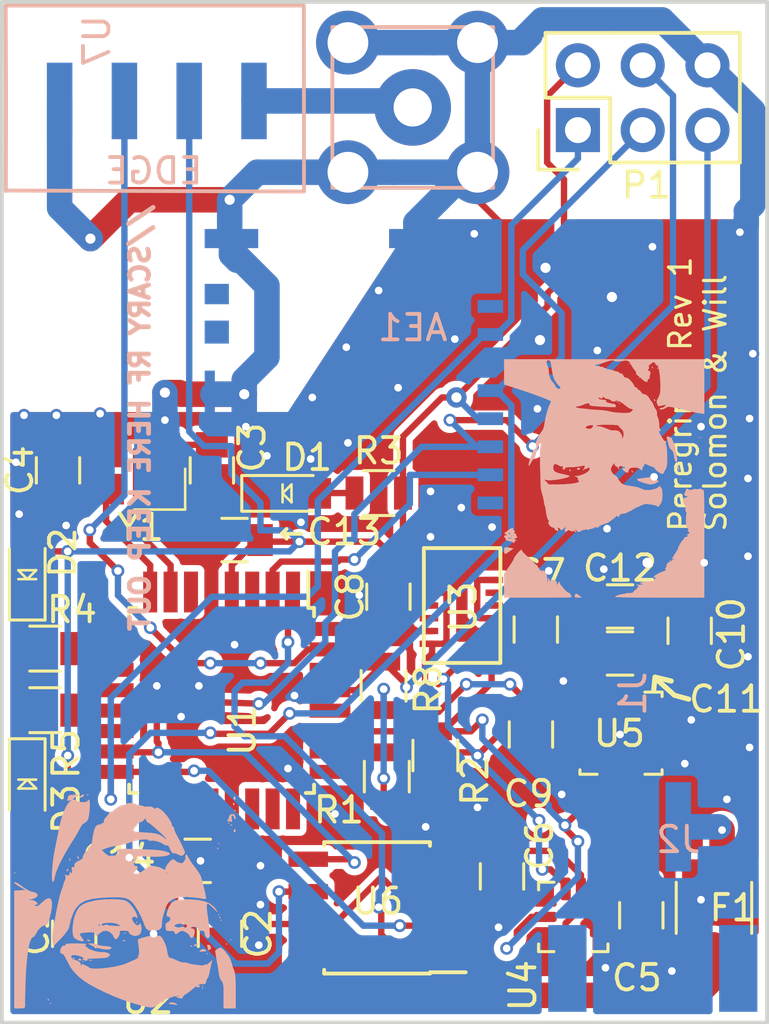
<source format=kicad_pcb>
(kicad_pcb (version 20171130) (host pcbnew 5.0.0)
  (layers (0 F.Cu signal hide) (31 B.Cu signal hide) (34 B.Paste user hide) (35 F.Paste user hide) (36 B.SilkS user hide) (37 F.SilkS user hide) (38 B.Mask user) (39 F.Mask user) (44 Edge.Cuts user))
  (net 0 "")
  (net 1 "Net-(J1-Pad1)")
  (net 2 /CS_SD)
  (net 3 /MOSI)
  (net 4 +3V3)
  (net 5 /SCK)
  (net 6 GND)
  (net 7 /MISO)
  (net 8 "Net-(J1-Pad8)")
  (net 9 "Net-(J1-Pad9)")
  (net 10 "Net-(J1-Pad10)")
  (net 11 /RST)
  (net 12 /LED_R)
  (net 13 /LED_B)
  (net 14 "Net-(D1-Pad2)")
  (net 15 /SDA)
  (net 16 /SCL)
  (net 17 /TXD)
  (net 18 "Net-(AE1-Pad1)")
  (net 19 /XTAL1)
  (net 20 /XTAL2)
  (net 21 "Net-(C10-Pad1)")
  (net 22 "Net-(U2-Pad4)")
  (net 23 /CS_FLASH)
  (net 24 "Net-(U1-Pad3)")
  (net 25 "Net-(U1-Pad6)")
  (net 26 "Net-(U1-Pad9)")
  (net 27 "Net-(U1-Pad11)")
  (net 28 "Net-(U1-Pad12)")
  (net 29 "Net-(U1-Pad14)")
  (net 30 "Net-(U1-Pad19)")
  (net 31 "Net-(U1-Pad20)")
  (net 32 "Net-(U1-Pad22)")
  (net 33 "Net-(U1-Pad23)")
  (net 34 "Net-(U1-Pad24)")
  (net 35 "Net-(U1-Pad25)")
  (net 36 "Net-(U1-Pad28)")
  (net 37 "Net-(U1-Pad30)")
  (net 38 "Net-(U1-Pad32)")
  (net 39 "Net-(U4-Pad7)")
  (net 40 "Net-(U5-Pad4)")
  (net 41 "Net-(U5-Pad6)")
  (net 42 "Net-(U5-Pad7)")
  (net 43 "Net-(U3-Pad1)")
  (net 44 "Net-(U3-Pad5)")
  (net 45 "Net-(U3-Pad12)")
  (net 46 "Net-(U3-Pad13)")
  (net 47 "Net-(U3-Pad16)")
  (net 48 +BATT)
  (net 49 "Net-(D3-Pad1)")
  (net 50 "Net-(D2-Pad1)")
  (net 51 "Net-(F1-Pad2)")
  (module rocketry:Fuse_1210 (layer F.Cu) (at 97.917 95.504 90)
    (fp_text reference F1 (at 0 0.7366 180) (layer F.SilkS))
    (fp_text value Fuse hide)
    (pad 1 smd rect (at -1.45 0 90) (size 0.9 2.5) (layers F.Cu F.Paste F.Mask) (net 48 +BATT))
    (pad 2 smd rect (at 1.45 0 90) (size 0.9 2.5) (layers F.Cu F.Paste F.Mask) (net 51 "Net-(F1-Pad2)"))
  )
  (module rocketry:Pin_Header_Straight_2x03 (layer F.Cu) (at 92.583 65.024 90)
    (fp_text reference P1 (at -2.159 2.6924) (layer F.SilkS))
    (fp_text value CONN_02X03 hide)
    (pad 6 thru_hole oval (at 2.54 5.08 90) (size 1.7272 1.7272) (drill 1.016) (layers *.Cu *.Mask) (net 6 GND))
    (pad 5 thru_hole oval (at 0 5.08 90) (size 1.7272 1.7272) (drill 1.016) (layers *.Cu *.Mask) (net 11 /RST))
    (pad 4 thru_hole oval (at 2.54 2.54 90) (size 1.7272 1.7272) (drill 1.016) (layers *.Cu *.Mask) (net 3 /MOSI))
    (pad 3 thru_hole oval (at 0 2.54 90) (size 1.7272 1.7272) (drill 1.016) (layers *.Cu *.Mask) (net 5 /SCK))
    (pad 2 thru_hole oval (at 2.54 0 90) (size 1.7272 1.7272) (drill 1.016) (layers *.Cu *.Mask) (net 4 +3V3))
    (pad 1 thru_hole rect (at 0 0 90) (size 1.7272 1.7272) (drill 1.016) (layers *.Cu *.Mask) (net 7 /MISO))
  )
  (module rocketry:JST_90DEG_2PIN (layer B.Cu) (at 96.52 92.329 180)
    (fp_text reference J2 (at 0 -0.5 180) (layer B.SilkS) (effects (justify mirror)))
    (fp_text value Conn_01x02_Male)
    (pad 1 smd rect (at 0 0 180) (size 1 3.5) (layers B.Cu B.Paste B.Mask) (net 51 "Net-(F1-Pad2)"))
    (pad 2 smd rect (at 2 0 180) (size 1 3.5) (layers B.Cu B.Paste B.Mask) (net 6 GND))
    (pad "" smd rect (at 4.35 -5.55 180) (size 1.5 3.4) (layers B.Cu B.Paste B.Mask))
    (pad "" smd rect (at -2.35 -5.55 180) (size 1.5 3.4) (layers B.Cu B.Paste B.Mask))
  )
  (module rocketry:RFTRANS434MHZ (layer B.Cu) (at 72.263 63.881 270)
    (fp_text reference U7 (at -2.3495 -1.4605 270) (layer B.SilkS) (effects (justify mirror)))
    (fp_text value RFTRANS434MHZ)
    (fp_text user EDGE (at 2.7432 -3.68808) (layer B.SilkS) (effects (justify mirror)))
    (pad 4 smd rect (at 0 -7.62 270) (size 3 1) (layers B.Cu B.Paste B.Mask) (net 18 "Net-(AE1-Pad1)"))
    (pad 3 smd rect (at 0 -5.08 270) (size 3 1) (layers B.Cu B.Paste B.Mask) (net 4 +3V3))
    (pad 2 smd rect (at 0 -2.54 270) (size 3 1) (layers B.Cu B.Paste B.Mask) (net 17 /TXD))
    (pad 1 smd rect (at 0 0 270) (size 3 1) (layers B.Cu B.Paste B.Mask) (net 6 GND))
  )
  (module Package_LGA:BMI088-LGA16 (layer F.Cu) (at 86.868 83.6549 90)
    (fp_text reference U3 (at -0.0635 1.2192 90) (layer F.SilkS))
    (fp_text value BMI088)
    (pad 9 smd rect (at -1.5 2.54 180) (size 0.475 0.25) (layers F.Cu F.Paste F.Mask) (net 15 /SDA))
    (pad 10 smd rect (at -1 2.54 180) (size 0.475 0.25) (layers F.Cu F.Paste F.Mask) (net 6 GND))
    (pad 11 smd rect (at -0.5 2.54 180) (size 0.475 0.25) (layers F.Cu F.Paste F.Mask) (net 4 +3V3))
    (pad 12 smd rect (at 0 2.54 180) (size 0.475 0.25) (layers F.Cu F.Paste F.Mask) (net 45 "Net-(U3-Pad12)"))
    (pad 13 smd rect (at 0.5 2.54 180) (size 0.475 0.25) (layers F.Cu F.Paste F.Mask) (net 46 "Net-(U3-Pad13)"))
    (pad 14 smd rect (at 1 2.54 180) (size 0.475 0.25) (layers F.Cu F.Paste F.Mask) (net 4 +3V3))
    (pad 15 smd rect (at 1.5 2.54 180) (size 0.475 0.25) (layers F.Cu F.Paste F.Mask) (net 6 GND))
    (pad 16 smd rect (at 2.286 1.16 270) (size 0.475 0.25) (layers F.Cu F.Paste F.Mask) (net 47 "Net-(U3-Pad16)"))
    (pad 1 smd rect (at 1.5 -0.254 180) (size 0.475 0.25) (layers F.Cu F.Paste F.Mask) (net 43 "Net-(U3-Pad1)"))
    (pad 2 smd rect (at 1 -0.254 180) (size 0.475 0.25) (layers F.Cu F.Paste F.Mask) (net 6 GND))
    (pad 3 smd rect (at 0.5 -0.254 180) (size 0.475 0.25) (layers F.Cu F.Paste F.Mask) (net 4 +3V3))
    (pad 4 smd rect (at 0 -0.254 180) (size 0.475 0.25) (layers F.Cu F.Paste F.Mask) (net 6 GND))
    (pad 5 smd rect (at -0.5 -0.254 180) (size 0.475 0.25) (layers F.Cu F.Paste F.Mask) (net 44 "Net-(U3-Pad5)"))
    (pad 6 smd rect (at -1 -0.254 180) (size 0.475 0.25) (layers F.Cu F.Paste F.Mask) (net 6 GND))
    (pad 7 smd rect (at -1.5 -0.254 180) (size 0.475 0.25) (layers F.Cu F.Paste F.Mask) (net 4 +3V3))
    (pad 8 smd rect (at -2.169 1.16 270) (size 0.475 0.25) (layers F.Cu F.Paste F.Mask) (net 16 /SCL))
    (pad 8 smd rect (at -1.915 1.16 270) (size 0.475 0.25) (layers F.Cu F.Paste F.Mask) (net 16 /SCL))
    (pad 16 smd rect (at 1.915 1.16 270) (size 0.475 0.25) (layers F.Cu F.Paste F.Mask) (net 47 "Net-(U3-Pad16)"))
    (pad 14 smd rect (at 1 2.33 180) (size 0.475 0.25) (layers F.Cu F.Paste F.Mask) (net 4 +3V3))
    (pad 15 smd rect (at 1.5 2.33 180) (size 0.475 0.25) (layers F.Cu F.Paste F.Mask) (net 6 GND))
    (pad 10 smd rect (at -1 2.33 180) (size 0.475 0.25) (layers F.Cu F.Paste F.Mask) (net 6 GND))
    (pad 13 smd rect (at 0.5 2.33 180) (size 0.475 0.25) (layers F.Cu F.Paste F.Mask) (net 46 "Net-(U3-Pad13)"))
    (pad 9 smd rect (at -1.5 2.33 180) (size 0.475 0.25) (layers F.Cu F.Paste F.Mask) (net 15 /SDA))
    (pad 12 smd rect (at 0 2.33 180) (size 0.475 0.25) (layers F.Cu F.Paste F.Mask) (net 45 "Net-(U3-Pad12)"))
    (pad 11 smd rect (at -0.5 2.33 180) (size 0.475 0.25) (layers F.Cu F.Paste F.Mask) (net 4 +3V3))
    (pad 6 smd rect (at -1 0 180) (size 0.475 0.25) (layers F.Cu F.Paste F.Mask) (net 6 GND))
    (pad 5 smd rect (at -0.5 0 180) (size 0.475 0.25) (layers F.Cu F.Paste F.Mask) (net 44 "Net-(U3-Pad5)"))
    (pad 4 smd rect (at 0 0 180) (size 0.475 0.25) (layers F.Cu F.Paste F.Mask) (net 6 GND))
    (pad 3 smd rect (at 0.5 0 180) (size 0.475 0.25) (layers F.Cu F.Paste F.Mask) (net 4 +3V3))
    (pad 2 smd rect (at 1 0 180) (size 0.475 0.25) (layers F.Cu F.Paste F.Mask) (net 6 GND))
    (pad 7 smd rect (at -1.5 0 180) (size 0.475 0.25) (layers F.Cu F.Paste F.Mask) (net 4 +3V3))
    (pad 1 smd rect (at 1.5 0 180) (size 0.475 0.25) (layers F.Cu F.Paste F.Mask) (net 43 "Net-(U3-Pad1)"))
  )
  (module Package_LGA:LGA-16_3x3mm_P0.5mm_LayoutBorder3x5y (layer F.Cu) (at 94.2721 88.6587)
    (fp_text reference U5 (at -0.0635 0.0127) (layer F.SilkS))
    (fp_text value ICG-20660)
    (pad 16 smd rect (at -0.5 -1.524) (size 0.35 0.6) (layers F.Cu F.Paste F.Mask) (net 4 +3V3))
    (pad 15 smd rect (at 0 -1.524) (size 0.35 0.6) (layers F.Cu F.Paste F.Mask) (net 6 GND))
    (pad 14 smd rect (at 0.5 -1.524) (size 0.35 0.6) (layers F.Cu F.Paste F.Mask) (net 21 "Net-(C10-Pad1)"))
    (pad 13 smd rect (at 1.524 -1) (size 0.6 0.35) (layers F.Cu F.Paste F.Mask) (net 6 GND))
    (pad 12 smd rect (at 1.524 -0.5) (size 0.6 0.35) (layers F.Cu F.Paste F.Mask) (net 6 GND))
    (pad 11 smd rect (at 1.524 0) (size 0.6 0.35) (layers F.Cu F.Paste F.Mask) (net 6 GND))
    (pad 10 smd rect (at 1.524 0.5) (size 0.6 0.35) (layers F.Cu F.Paste F.Mask) (net 6 GND))
    (pad 9 smd rect (at 1.524 1) (size 0.6 0.35) (layers F.Cu F.Paste F.Mask) (net 6 GND))
    (pad 8 smd rect (at 0.5 1.524) (size 0.35 0.6) (layers F.Cu F.Paste F.Mask) (net 6 GND))
    (pad 7 smd rect (at 0 1.524) (size 0.35 0.6) (layers F.Cu F.Paste F.Mask) (net 42 "Net-(U5-Pad7)"))
    (pad 6 smd rect (at -0.5 1.524) (size 0.35 0.6) (layers F.Cu F.Paste F.Mask) (net 41 "Net-(U5-Pad6)"))
    (pad 5 smd rect (at -1.524 1) (size 0.6 0.35) (layers F.Cu F.Paste F.Mask) (net 4 +3V3))
    (pad 4 smd rect (at -1.524 0.5) (size 0.6 0.35) (layers F.Cu F.Paste F.Mask) (net 40 "Net-(U5-Pad4)"))
    (pad 2 smd rect (at -1.524 -0.5) (size 0.6 0.35) (layers F.Cu F.Paste F.Mask) (net 16 /SCL))
    (pad 3 smd rect (at -1.524 0) (size 0.6 0.35) (layers F.Cu F.Paste F.Mask) (net 15 /SDA))
    (pad 1 smd rect (at -1.524 -1) (size 0.6 0.35) (layers F.Cu F.Paste F.Mask) (net 4 +3V3))
    (pad 16 smd rect (at -0.5 -1.15) (size 0.35 0.6) (layers F.Cu F.Paste F.Mask) (net 4 +3V3))
    (pad 15 smd rect (at 0 -1.15) (size 0.35 0.6) (layers F.Cu F.Paste F.Mask) (net 6 GND))
    (pad 14 smd rect (at 0.5 -1.15) (size 0.35 0.6) (layers F.Cu F.Paste F.Mask) (net 21 "Net-(C10-Pad1)"))
    (pad 13 smd rect (at 1.15 -1) (size 0.6 0.35) (layers F.Cu F.Paste F.Mask) (net 6 GND))
    (pad 12 smd rect (at 1.15 -0.5) (size 0.6 0.35) (layers F.Cu F.Paste F.Mask) (net 6 GND))
    (pad 11 smd rect (at 1.15 0) (size 0.6 0.35) (layers F.Cu F.Paste F.Mask) (net 6 GND))
    (pad 10 smd rect (at 1.15 0.5) (size 0.6 0.35) (layers F.Cu F.Paste F.Mask) (net 6 GND))
    (pad 9 smd rect (at 1.15 1) (size 0.6 0.35) (layers F.Cu F.Paste F.Mask) (net 6 GND))
    (pad 8 smd rect (at 0.5 1.15) (size 0.35 0.6) (layers F.Cu F.Paste F.Mask) (net 6 GND))
    (pad 7 smd rect (at 0 1.15) (size 0.35 0.6) (layers F.Cu F.Paste F.Mask) (net 42 "Net-(U5-Pad7)"))
    (pad 6 smd rect (at -0.5 1.15) (size 0.35 0.6) (layers F.Cu F.Paste F.Mask) (net 41 "Net-(U5-Pad6)"))
    (pad 5 smd rect (at -1.15 1) (size 0.6 0.35) (layers F.Cu F.Paste F.Mask) (net 4 +3V3))
    (pad 4 smd rect (at -1.15 0.5) (size 0.6 0.35) (layers F.Cu F.Paste F.Mask) (net 40 "Net-(U5-Pad4)"))
    (pad 3 smd rect (at -1.15 0) (size 0.6 0.35) (layers F.Cu F.Paste F.Mask) (net 15 /SDA))
    (pad 2 smd rect (at -1.15 -0.5) (size 0.6 0.35) (layers F.Cu F.Paste F.Mask) (net 16 /SCL))
    (pad 1 smd rect (at -1.15 -1) (size 0.6 0.35) (layers F.Cu F.Paste F.Mask) (net 4 +3V3))
  )
  (module Package_LGA:ST_HLGA-10_2.5x2.5mm_P0.6mm_LayoutBorder3x2y (layer F.Cu) (at 92.401244 95.859468 270)
    (fp_text reference U4 (at 2.692532 1.977244 270) (layer F.SilkS))
    (fp_text value BMP388)
    (pad 1 smd roundrect (at -1.27 -0.3 270) (size 0.55 0.4) (layers F.Cu F.Paste F.Mask) (net 4 +3V3))
    (pad 2 smd roundrect (at -1.27 0.3 270) (size 0.55 0.4) (layers F.Cu F.Paste F.Mask) (net 16 /SCL))
    (pad 3 smd roundrect (at -0.6 1.27 270) (size 0.4 0.55) (layers F.Cu F.Paste F.Mask) (net 6 GND))
    (pad 4 smd roundrect (at 0 1.27 270) (size 0.4 0.55) (layers F.Cu F.Paste F.Mask) (net 15 /SDA))
    (pad 5 smd roundrect (at 0.6 1.27 270) (size 0.4 0.55) (layers F.Cu F.Paste F.Mask) (net 6 GND))
    (pad 6 smd roundrect (at 1.27 0.3 270) (size 0.55 0.4) (layers F.Cu F.Paste F.Mask) (net 4 +3V3))
    (pad 10 smd roundrect (at -0.6 -1.27 270) (size 0.4 0.55) (layers F.Cu F.Paste F.Mask) (net 4 +3V3))
    (pad 9 smd roundrect (at 0 -1.27 270) (size 0.4 0.55) (layers F.Cu F.Paste F.Mask) (net 6 GND))
    (pad 8 smd roundrect (at 0.6 -1.27 270) (size 0.4 0.55) (layers F.Cu F.Paste F.Mask) (net 6 GND))
    (pad 7 smd roundrect (at 1.27 -0.3 270) (size 0.55 0.4) (layers F.Cu F.Paste F.Mask) (net 39 "Net-(U4-Pad7)"))
    (pad 10 smd roundrect (at -0.6 -0.925 270) (size 0.4 0.55) (layers F.Cu F.Paste F.Mask) (net 4 +3V3))
    (pad 9 smd roundrect (at 0 -0.925 270) (size 0.4 0.55) (layers F.Cu F.Paste F.Mask) (net 6 GND))
    (pad 8 smd roundrect (at 0.6 -0.925 270) (size 0.4 0.55) (layers F.Cu F.Paste F.Mask) (net 6 GND))
    (pad 7 smd roundrect (at 0.925 -0.3 270) (size 0.55 0.4) (layers F.Cu F.Paste F.Mask) (net 39 "Net-(U4-Pad7)"))
    (pad 6 smd roundrect (at 0.925 0.3 270) (size 0.55 0.4) (layers F.Cu F.Paste F.Mask) (net 4 +3V3))
    (pad 5 smd roundrect (at 0.6 0.925 270) (size 0.4 0.55) (layers F.Cu F.Paste F.Mask) (net 6 GND))
    (pad 4 smd roundrect (at 0 0.925 270) (size 0.4 0.55) (layers F.Cu F.Paste F.Mask) (net 15 /SDA))
    (pad 3 smd roundrect (at -0.6 0.925 270) (size 0.4 0.55) (layers F.Cu F.Paste F.Mask) (net 6 GND))
    (pad 2 smd roundrect (at -0.925 0.3 270) (size 0.55 0.4) (layers F.Cu F.Paste F.Mask) (net 16 /SCL))
    (pad 1 smd roundrect (at -0.925 -0.3 270) (size 0.55 0.4) (layers F.Cu F.Paste F.Mask) (net 4 +3V3))
  )
  (module Package_QFP:TQFP-32_7x7mm_P0.8mm (layer F.Cu) (at 78.613 87.376 270)
    (fp_text reference U1 (at 1.1684 -0.8128 270) (layer F.SilkS))
    (fp_text value ATmega328PB-AU)
    (pad 32 smd rect (at -2.8 -4.25) (size 1.6 0.55) (layers F.Cu F.Paste F.Mask) (net 38 "Net-(U1-Pad32)"))
    (pad 31 smd rect (at -2 -4.25) (size 1.6 0.55) (layers F.Cu F.Paste F.Mask) (net 17 /TXD))
    (pad 30 smd rect (at -1.2 -4.25) (size 1.6 0.55) (layers F.Cu F.Paste F.Mask) (net 37 "Net-(U1-Pad30)"))
    (pad 29 smd rect (at -0.4 -4.25) (size 1.6 0.55) (layers F.Cu F.Paste F.Mask) (net 11 /RST))
    (pad 28 smd rect (at 0.4 -4.25) (size 1.6 0.55) (layers F.Cu F.Paste F.Mask) (net 36 "Net-(U1-Pad28)"))
    (pad 27 smd rect (at 1.2 -4.25) (size 1.6 0.55) (layers F.Cu F.Paste F.Mask) (net 15 /SDA))
    (pad 26 smd rect (at 2 -4.25) (size 1.6 0.55) (layers F.Cu F.Paste F.Mask) (net 16 /SCL))
    (pad 25 smd rect (at 2.8 -4.25) (size 1.6 0.55) (layers F.Cu F.Paste F.Mask) (net 35 "Net-(U1-Pad25)"))
    (pad 24 smd rect (at 4.25 -2.8 270) (size 1.6 0.55) (layers F.Cu F.Paste F.Mask) (net 34 "Net-(U1-Pad24)"))
    (pad 23 smd rect (at 4.25 -2 270) (size 1.6 0.55) (layers F.Cu F.Paste F.Mask) (net 33 "Net-(U1-Pad23)"))
    (pad 22 smd rect (at 4.25 -1.2 270) (size 1.6 0.55) (layers F.Cu F.Paste F.Mask) (net 32 "Net-(U1-Pad22)"))
    (pad 21 smd rect (at 4.25 -0.4 270) (size 1.6 0.55) (layers F.Cu F.Paste F.Mask) (net 6 GND))
    (pad 20 smd rect (at 4.25 0.4 270) (size 1.6 0.55) (layers F.Cu F.Paste F.Mask) (net 31 "Net-(U1-Pad20)"))
    (pad 19 smd rect (at 4.25 1.2 270) (size 1.6 0.55) (layers F.Cu F.Paste F.Mask) (net 30 "Net-(U1-Pad19)"))
    (pad 18 smd rect (at 4.25 2 270) (size 1.6 0.55) (layers F.Cu F.Paste F.Mask) (net 4 +3V3))
    (pad 17 smd rect (at 4.25 2.8 270) (size 1.6 0.55) (layers F.Cu F.Paste F.Mask) (net 5 /SCK))
    (pad 16 smd rect (at 2.8 4.25) (size 1.6 0.55) (layers F.Cu F.Paste F.Mask) (net 7 /MISO))
    (pad 15 smd rect (at 2 4.25) (size 1.6 0.55) (layers F.Cu F.Paste F.Mask) (net 3 /MOSI))
    (pad 14 smd rect (at 1.2 4.25) (size 1.6 0.55) (layers F.Cu F.Paste F.Mask) (net 29 "Net-(U1-Pad14)"))
    (pad 13 smd rect (at 0.4 4.25) (size 1.6 0.55) (layers F.Cu F.Paste F.Mask) (net 12 /LED_R))
    (pad 12 smd rect (at -0.4 4.25) (size 1.6 0.55) (layers F.Cu F.Paste F.Mask) (net 28 "Net-(U1-Pad12)"))
    (pad 11 smd rect (at -1.2 4.25) (size 1.6 0.55) (layers F.Cu F.Paste F.Mask) (net 27 "Net-(U1-Pad11)"))
    (pad 10 smd rect (at -2 4.25) (size 1.6 0.55) (layers F.Cu F.Paste F.Mask) (net 13 /LED_B))
    (pad 9 smd rect (at -2.8 4.25) (size 1.6 0.55) (layers F.Cu F.Paste F.Mask) (net 26 "Net-(U1-Pad9)"))
    (pad 8 smd rect (at -4.25 2.8 270) (size 1.6 0.55) (layers F.Cu F.Paste F.Mask) (net 20 /XTAL2))
    (pad 7 smd rect (at -4.25 2 270) (size 1.6 0.55) (layers F.Cu F.Paste F.Mask) (net 19 /XTAL1))
    (pad 6 smd rect (at -4.25 1.2 270) (size 1.6 0.55) (layers F.Cu F.Paste F.Mask) (net 25 "Net-(U1-Pad6)"))
    (pad 5 smd rect (at -4.25 0.4 270) (size 1.6 0.55) (layers F.Cu F.Paste F.Mask) (net 6 GND))
    (pad 4 smd rect (at -4.25 -0.4 270) (size 1.6 0.55) (layers F.Cu F.Paste F.Mask) (net 4 +3V3))
    (pad 3 smd rect (at -4.25 -1.2 270) (size 1.6 0.55) (layers F.Cu F.Paste F.Mask) (net 24 "Net-(U1-Pad3)"))
    (pad 2 smd rect (at -4.25 -2 270) (size 1.6 0.55) (layers F.Cu F.Paste F.Mask) (net 2 /CS_SD))
    (pad 1 smd rect (at -4.25 -2.8 270) (size 1.6 0.55) (layers F.Cu F.Paste F.Mask) (net 23 /CS_FLASH))
  )
  (module Package_SO:SOIC-8_3.9x4.9mm_P1.27mm (layer F.Cu) (at 84.709 95.504 180)
    (fp_text reference U6 (at -0.0254 0.254 180) (layer F.SilkS))
    (fp_text value AT25SF041)
    (pad 8 smd rect (at 2.7 -1.905 180) (size 1.55 0.6) (layers F.Cu F.Paste F.Mask) (net 4 +3V3))
    (pad 7 smd rect (at 2.7 -0.635 180) (size 1.55 0.6) (layers F.Cu F.Paste F.Mask) (net 4 +3V3))
    (pad 6 smd rect (at 2.7 0.635 180) (size 1.55 0.6) (layers F.Cu F.Paste F.Mask) (net 5 /SCK))
    (pad 5 smd rect (at 2.7 1.905 180) (size 1.55 0.6) (layers F.Cu F.Paste F.Mask) (net 3 /MOSI))
    (pad 4 smd rect (at -2.7 1.905 180) (size 1.55 0.6) (layers F.Cu F.Paste F.Mask) (net 6 GND))
    (pad 3 smd rect (at -2.7 0.635 180) (size 1.55 0.6) (layers F.Cu F.Paste F.Mask) (net 4 +3V3))
    (pad 2 smd rect (at -2.7 -0.635 180) (size 1.55 0.6) (layers F.Cu F.Paste F.Mask) (net 7 /MISO))
    (pad 1 smd rect (at -2.7 -1.905 180) (size 1.55 0.6) (layers F.Cu F.Paste F.Mask) (net 23 /CS_FLASH))
  )
  (module Package_TO_SOT_SMD:SOT-23-5 (layer F.Cu) (at 75.692 96.52)
    (fp_text reference U2 (at 0.0254 2.6162 180) (layer F.SilkS))
    (fp_text value MIC5504-3.3YM5)
    (pad 5 smd rect (at 1.1 -0.95) (size 1.06 0.65) (layers F.Cu F.Paste F.Mask) (net 4 +3V3))
    (pad 4 smd rect (at 1.1 0.95) (size 1.06 0.65) (layers F.Cu F.Paste F.Mask) (net 22 "Net-(U2-Pad4)"))
    (pad 3 smd rect (at -1.1 0.95) (size 1.06 0.65) (layers F.Cu F.Paste F.Mask) (net 48 +BATT))
    (pad 2 smd rect (at -1.1 0) (size 1.06 0.65) (layers F.Cu F.Paste F.Mask) (net 6 GND))
    (pad 1 smd rect (at -1.1 -0.95) (size 1.06 0.65) (layers F.Cu F.Paste F.Mask) (net 48 +BATT))
  )
  (module rocketry:5-1814400-1 (layer B.Cu) (at 86.106 64.135)
    (fp_text reference AE1 (at 0 8.636) (layer B.SilkS) (effects (justify mirror)))
    (fp_text value DS-SMA-EDGE-4)
    (pad 1 thru_hole circle (at 0 0) (size 3 3) (drill 1.5) (layers *.Cu *.Mask) (net 18 "Net-(AE1-Pad1)"))
    (pad 2 thru_hole circle (at 2.54 -2.54) (size 2.5 2.5) (drill 1.6) (layers *.Cu *.Mask) (net 6 GND))
    (pad 2 thru_hole circle (at -2.54 -2.54) (size 2.5 2.5) (drill 1.6) (layers *.Cu *.Mask) (net 6 GND))
    (pad 2 thru_hole circle (at 2.54 2.54) (size 2.5 2.5) (drill 1.6) (layers *.Cu *.Mask) (net 6 GND))
    (pad 2 thru_hole circle (at -2.54 2.54) (size 2.5 2.5) (drill 1.6) (layers *.Cu *.Mask) (net 6 GND))
  )
  (module rocketry:C_0805_OEM (layer F.Cu) (at 77.6765 93.6625 180)
    (fp_text reference C14 (at 3.1021 0.0889 180) (layer F.SilkS))
    (fp_text value C_0.1uF hide)
    (pad 2 smd rect (at 1 0 180) (size 1 1.25) (layers F.Cu F.Paste F.Mask) (net 4 +3V3))
    (pad 1 smd rect (at -1 0 180) (size 1 1.25) (layers F.Cu F.Paste F.Mask) (net 6 GND))
  )
  (module rocketry:C_0805_OEM (layer F.Cu) (at 72.8345 96.52 270)
    (fp_text reference C1 (at -0.1016 1.5113 270) (layer F.SilkS))
    (fp_text value C_1uF hide)
    (pad 2 smd rect (at 1 0 270) (size 1 1.25) (layers F.Cu F.Paste F.Mask) (net 6 GND))
    (pad 1 smd rect (at -1 0 270) (size 1 1.25) (layers F.Cu F.Paste F.Mask) (net 48 +BATT))
  )
  (module rocketry:C_0805_OEM (layer F.Cu) (at 78.5495 96.52 270)
    (fp_text reference C2 (at 0 -1.5 270) (layer F.SilkS))
    (fp_text value C_1uF hide)
    (pad 2 smd rect (at 1 0 270) (size 1 1.25) (layers F.Cu F.Paste F.Mask) (net 6 GND))
    (pad 1 smd rect (at -1 0 270) (size 1 1.25) (layers F.Cu F.Paste F.Mask) (net 4 +3V3))
  )
  (module rocketry:C_0805_OEM (layer F.Cu) (at 78.232 78.359 270)
    (fp_text reference C3 (at -0.889 -1.5748 270) (layer F.SilkS))
    (fp_text value C_30pF hide)
    (pad 2 smd rect (at 1 0 270) (size 1 1.25) (layers F.Cu F.Paste F.Mask) (net 6 GND))
    (pad 1 smd rect (at -1 0 270) (size 1 1.25) (layers F.Cu F.Paste F.Mask) (net 19 /XTAL1))
  )
  (module rocketry:C_0805_OEM (layer F.Cu) (at 95.068244 95.795968 270)
    (fp_text reference C5 (at 2.451232 0.173844) (layer F.SilkS))
    (fp_text value C_0.1uF hide)
    (pad 2 smd rect (at 1 0 270) (size 1 1.25) (layers F.Cu F.Paste F.Mask) (net 6 GND))
    (pad 1 smd rect (at -1 0 270) (size 1 1.25) (layers F.Cu F.Paste F.Mask) (net 4 +3V3))
  )
  (module rocketry:C_0805_OEM (layer F.Cu) (at 89.607244 94.271968 270)
    (fp_text reference C6 (at -1.206368 -1.477156 90) (layer F.SilkS))
    (fp_text value C_0.1uF hide)
    (pad 2 smd rect (at 1 0 270) (size 1 1.25) (layers F.Cu F.Paste F.Mask) (net 6 GND))
    (pad 1 smd rect (at -1 0 270) (size 1 1.25) (layers F.Cu F.Paste F.Mask) (net 4 +3V3))
  )
  (module rocketry:C_0805_OEM (layer F.Cu) (at 90.932 84.598 90)
    (fp_text reference C7 (at 2.2258 0.2032 180) (layer F.SilkS))
    (fp_text value C_0.1uF hide)
    (pad 2 smd rect (at 1 0 90) (size 1 1.25) (layers F.Cu F.Paste F.Mask) (net 4 +3V3))
    (pad 1 smd rect (at -1 0 90) (size 1 1.25) (layers F.Cu F.Paste F.Mask) (net 6 GND))
  )
  (module rocketry:C_0805_OEM (layer F.Cu) (at 85.1535 83.312 90)
    (fp_text reference C8 (at 0 -1.5 90) (layer F.SilkS))
    (fp_text value C_0.1uF hide)
    (pad 2 smd rect (at 1 0 90) (size 1 1.25) (layers F.Cu F.Paste F.Mask) (net 4 +3V3))
    (pad 1 smd rect (at -1 0 90) (size 1 1.25) (layers F.Cu F.Paste F.Mask) (net 6 GND))
  )
  (module rocketry:C_0805_OEM (layer F.Cu) (at 90.7415 88.7095 270)
    (fp_text reference C9 (at 2.3241 0.0889) (layer F.SilkS))
    (fp_text value 10nF hide)
    (pad 2 smd rect (at 1 0 270) (size 1 1.25) (layers F.Cu F.Paste F.Mask) (net 6 GND))
    (pad 1 smd rect (at -1 0 270) (size 1 1.25) (layers F.Cu F.Paste F.Mask) (net 4 +3V3))
  )
  (module rocketry:C_0805_OEM (layer F.Cu) (at 96.9645 84.6455 90)
    (fp_text reference C10 (at -0.1397 1.6383 90) (layer F.SilkS))
    (fp_text value C_47uF hide)
    (pad 2 smd rect (at 1 0 90) (size 1 1.25) (layers F.Cu F.Paste F.Mask) (net 6 GND))
    (pad 1 smd rect (at -1 0 90) (size 1 1.25) (layers F.Cu F.Paste F.Mask) (net 21 "Net-(C10-Pad1)"))
  )
  (module rocketry:C_0805_OEM (layer F.Cu) (at 94.234 85.5345)
    (fp_text reference C11 (at 4.1656 1.7907 180) (layer F.SilkS))
    (fp_text value 2.2uF hide)
    (pad 2 smd rect (at 1 0) (size 1 1.25) (layers F.Cu F.Paste F.Mask) (net 6 GND))
    (pad 1 smd rect (at -1 0) (size 1 1.25) (layers F.Cu F.Paste F.Mask) (net 4 +3V3))
  )
  (module rocketry:C_0805_OEM (layer F.Cu) (at 94.234 83.693)
    (fp_text reference C12 (at 0 -1.5) (layer F.SilkS))
    (fp_text value C_0.1uF hide)
    (pad 2 smd rect (at 1 0) (size 1 1.25) (layers F.Cu F.Paste F.Mask) (net 6 GND))
    (pad 1 smd rect (at -1 0) (size 1 1.25) (layers F.Cu F.Paste F.Mask) (net 4 +3V3))
  )
  (module rocketry:C_0805_OEM (layer F.Cu) (at 79.121 81.0895 180)
    (fp_text reference ←C13 (at -3.683 0.3175 180) (layer F.SilkS))
    (fp_text value C_0.1uF hide)
    (pad 2 smd rect (at 1 0 180) (size 1 1.25) (layers F.Cu F.Paste F.Mask) (net 6 GND))
    (pad 1 smd rect (at -1 0 180) (size 1 1.25) (layers F.Cu F.Paste F.Mask) (net 4 +3V3))
  )
  (module rocketry:C_0805_OEM (layer F.Cu) (at 72.1995 78.359 90)
    (fp_text reference C4 (at 0 -1.5 90) (layer F.SilkS))
    (fp_text value C_30pF hide)
    (pad 2 smd rect (at 1 0 90) (size 1 1.25) (layers F.Cu F.Paste F.Mask) (net 6 GND))
    (pad 1 smd rect (at -1 0 90) (size 1 1.25) (layers F.Cu F.Paste F.Mask) (net 20 /XTAL2))
  )
  (module rocketry:Crystal_SMD_FA238 (layer F.Cu) (at 75.184 78.2955 180)
    (fp_text reference Y1 (at -0.254 -2.2987 180) (layer F.SilkS))
    (fp_text value Crystal_SMD hide)
    (pad 4 smd rect (at -1.1 -0.8 180) (size 1.4 1.2) (layers F.Cu F.Mask) (net 6 GND))
    (pad 3 smd rect (at 1.1 -0.8 180) (size 1.4 1.2) (layers F.Cu F.Mask) (net 20 /XTAL2))
    (pad 2 smd rect (at 1.1 0.8 180) (size 1.4 1.2) (layers F.Cu F.Mask) (net 6 GND))
    (pad 1 smd rect (at -1.1 0.8 180) (size 1.4 1.2) (layers F.Cu F.Mask) (net 19 /XTAL1))
  )
  (module rocketry:LED_0805_OEM (layer F.Cu) (at 70.993 90.678 270)
    (fp_text reference D3 (at 0.9525 -1.524 270) (layer F.SilkS))
    (fp_text value LED_0805 hide)
    (pad 1 smd rect (at -1.1 0 90) (size 1.2 1.2) (layers F.Cu F.Paste F.Mask) (net 49 "Net-(D3-Pad1)"))
    (pad 2 smd rect (at 1.1 0 90) (size 1.2 1.2) (layers F.Cu F.Paste F.Mask) (net 4 +3V3))
  )
  (module rocketry:LED_0805_OEM (layer F.Cu) (at 81.2038 79.2607)
    (fp_text reference D1 (at 0.762 -1.4097) (layer F.SilkS))
    (fp_text value LED_0805 hide)
    (pad 1 smd rect (at -1.1 0 180) (size 1.2 1.2) (layers F.Cu F.Paste F.Mask) (net 6 GND))
    (pad 2 smd rect (at 1.1 0 180) (size 1.2 1.2) (layers F.Cu F.Paste F.Mask) (net 14 "Net-(D1-Pad2)"))
  )
  (module rocketry:LED_0805_OEM (layer F.Cu) (at 70.993 82.423 90)
    (fp_text reference D2 (at 0.8382 1.397 90) (layer F.SilkS))
    (fp_text value LED_0805 hide)
    (pad 1 smd rect (at -1.1 0 270) (size 1.2 1.2) (layers F.Cu F.Paste F.Mask) (net 50 "Net-(D2-Pad1)"))
    (pad 2 smd rect (at 1.1 0 270) (size 1.2 1.2) (layers F.Cu F.Paste F.Mask) (net 4 +3V3))
  )
  (module rocketry:R_0805_OEM (layer F.Cu) (at 85.09 90.3605 90)
    (fp_text reference R1 (at -1.3081 -1.8796) (layer F.SilkS))
    (fp_text value 4.7kR hide)
    (pad 2 smd rect (at 0.95 0 90) (size 0.7 1.3) (layers F.Cu F.Paste F.Mask) (net 16 /SCL))
    (pad 1 smd rect (at -0.95 0 90) (size 0.7 1.3) (layers F.Cu F.Paste F.Mask) (net 4 +3V3))
  )
  (module rocketry:R_0805_OEM (layer F.Cu) (at 86.995 89.535 90)
    (fp_text reference R2 (at -0.9906 1.5494 90) (layer F.SilkS))
    (fp_text value 4.7kR hide)
    (pad 2 smd rect (at 0.95 0 90) (size 0.7 1.3) (layers F.Cu F.Paste F.Mask) (net 15 /SDA))
    (pad 1 smd rect (at -0.95 0 90) (size 0.7 1.3) (layers F.Cu F.Paste F.Mask) (net 4 +3V3))
  )
  (module rocketry:R_0805_OEM (layer F.Cu) (at 84.7725 79.248)
    (fp_text reference R3 (at 0 -1.65) (layer F.SilkS))
    (fp_text value R_200 hide)
    (pad 2 smd rect (at 0.95 0) (size 0.7 1.3) (layers F.Cu F.Paste F.Mask) (net 4 +3V3))
    (pad 1 smd rect (at -0.95 0) (size 0.7 1.3) (layers F.Cu F.Paste F.Mask) (net 14 "Net-(D1-Pad2)"))
  )
  (module rocketry:R_0805_OEM (layer F.Cu) (at 71.6915 85.344)
    (fp_text reference R4 (at 1.0541 -1.524 180) (layer F.SilkS))
    (fp_text value R_200 hide)
    (pad 2 smd rect (at 0.95 0) (size 0.7 1.3) (layers F.Cu F.Paste F.Mask) (net 13 /LED_B))
    (pad 1 smd rect (at -0.95 0) (size 0.7 1.3) (layers F.Cu F.Paste F.Mask) (net 50 "Net-(D2-Pad1)"))
  )
  (module rocketry:R_0805_OEM (layer F.Cu) (at 71.6915 87.757)
    (fp_text reference R5 (at 0.8255 1.7145 90) (layer F.SilkS))
    (fp_text value R_200 hide)
    (pad 2 smd rect (at 0.95 0) (size 0.7 1.3) (layers F.Cu F.Paste F.Mask) (net 12 /LED_R))
    (pad 1 smd rect (at -0.95 0) (size 0.7 1.3) (layers F.Cu F.Paste F.Mask) (net 49 "Net-(D3-Pad1)"))
  )
  (module rocketry:R_0805_OEM (layer F.Cu) (at 84.963 86.8045 90)
    (fp_text reference R8 (at -0.1397 1.7526 90) (layer F.SilkS))
    (fp_text value R_10k hide)
    (pad 2 smd rect (at 0.95 0 90) (size 0.7 1.3) (layers F.Cu F.Paste F.Mask) (net 11 /RST))
    (pad 1 smd rect (at -0.95 0 90) (size 0.7 1.3) (layers F.Cu F.Paste F.Mask) (net 4 +3V3))
  )
  (module rocketry:SD-Card (layer B.Cu) (at 93.599 84.8995 90)
    (fp_text reference J1 (at -2.216 1.136 90) (layer B.SilkS) (effects (justify mirror)))
    (fp_text value Micro_SD_Card_Det)
    (pad 1 smd rect (at 5.265 -4.45 90) (size 0.5 1) (layers B.Cu B.Paste B.Mask) (net 1 "Net-(J1-Pad1)"))
    (pad 11 connect rect (at 0.375 -1.65 90) (size 0.75 3.3) (layers B.Cu B.Mask) (net 6 GND))
    (pad 2 smd rect (at 6.365 -4.45 90) (size 0.5 1) (layers B.Cu B.Paste B.Mask) (net 2 /CS_SD))
    (pad 3 smd rect (at 7.465 -4.45 90) (size 0.5 1) (layers B.Cu B.Paste B.Mask) (net 3 /MOSI))
    (pad 4 smd rect (at 8.565 -4.45 90) (size 0.5 1) (layers B.Cu B.Paste B.Mask) (net 4 +3V3))
    (pad 5 smd rect (at 9.665 -4.45 90) (size 0.5 1) (layers B.Cu B.Paste B.Mask) (net 5 /SCK))
    (pad 6 smd rect (at 10.765 -4.45 90) (size 0.5 1) (layers B.Cu B.Paste B.Mask) (net 6 GND))
    (pad 7 smd rect (at 11.865 -4.45 90) (size 0.5 1) (layers B.Cu B.Paste B.Mask) (net 7 /MISO))
    (pad 8 smd rect (at 12.965 -4.45 90) (size 0.5 1) (layers B.Cu B.Paste B.Mask) (net 8 "Net-(J1-Pad8)"))
    (pad 11 smd rect (at 0.375 -9.1 90) (size 0.75 2.1) (layers B.Cu B.Paste B.Mask) (net 6 GND))
    (pad 11 smd rect (at 0.375 -14.35 90) (size 0.75 2.6) (layers B.Cu B.Paste B.Mask) (net 6 GND))
    (pad 11 smd rect (at 15.575 -0.25 90) (size 0.85 2.5) (layers B.Cu B.Paste B.Mask) (net 6 GND))
    (pad 11 smd rect (at 15.625 -7.37 90) (size 0.75 2.1) (layers B.Cu B.Paste B.Mask) (net 6 GND))
    (pad 11 smd rect (at 15.625 -14.6 90) (size 0.75 2.1) (layers B.Cu B.Paste B.Mask) (net 6 GND))
    (pad 11 smd rect (at 5.7 -15.45 90) (size 2.1 0.4) (layers B.Cu B.Paste B.Mask) (net 6 GND))
    (pad 11 smd rect (at 9.4 -15.45 90) (size 2.1 0.4) (layers B.Cu B.Paste B.Mask) (net 6 GND))
    (pad 9 smd rect (at 11.96 -15.175 90) (size 0.9 0.95) (layers B.Cu B.Paste B.Mask) (net 9 "Net-(J1-Pad9)"))
    (pad 10 smd rect (at 13.45 -15.175 90) (size 0.8 0.95) (layers B.Cu B.Paste B.Mask) (net 10 "Net-(J1-Pad10)"))
  )
  (module KiCad_Schematics:not_me (layer B.Cu) (at 93.599 78.6765)
    (fp_text reference G*** hide)
    (fp_text value not_me hide)
  )
  (module KiCad_Schematics:me (layer B.Cu) (at 74.803 95.25)
    (fp_text reference G*** hide)
    (fp_text value me hide)
  )
  (gr_text "Peregrine, Rev 1\nSolomon & Will" (at 97.282 80.8355 90) (layer F.SilkS) (effects (font (size 0.85 0.85) (thickness 0.125)) (justify left)))
  (gr_text "//SCARY RF HERE KEEP OUT" (at 75.4126 76.3016 90) (layer B.SilkS) (effects (font (size 0.75 0.75) (thickness 0.1875)) (justify mirror)))
  (gr_line (start 96.3676 87.1728) (end 96.9264 87.3252) (layer F.SilkS) (width 0.2))
  (gr_line (start 95.6564 86.5378) (end 96.3676 87.1728) (layer F.SilkS) (width 0.2))
  (gr_line (start 95.6056 86.4616) (end 96.2406 86.614) (layer F.SilkS) (width 0.2))
  (gr_line (start 95.5548 86.9696) (end 95.6056 86.4616) (layer F.SilkS) (width 0.2))
  (gr_line (start 70 100) (end 70 60) (layer Edge.Cuts) (width 0.15))
  (gr_line (start 70 100) (end 100 100) (layer Edge.Cuts) (width 0.15))
  (gr_line (start 70 60) (end 100 60) (layer Edge.Cuts) (width 0.15))
  (gr_line (start 100 100) (end 100 60) (layer Edge.Cuts) (width 0.15))
  (segment (start 89.149 78.5345) (end 85.994 78.5345) (width 0.25) (layer B.Cu) (net 2))
  (via (at 83.82 81.8515) (size 0.5) (drill 0.3) (layers F.Cu B.Cu) (net 2))
  (segment (start 85.994 78.5345) (end 85.994 79.6775) (width 0.25) (layer B.Cu) (net 2))
  (segment (start 85.994 79.6775) (end 83.82 81.8515) (width 0.25) (layer B.Cu) (net 2))
  (segment (start 80.613 82.265998) (end 80.613 83.126) (width 0.25) (layer F.Cu) (net 2))
  (segment (start 80.944999 81.933999) (end 80.613 82.265998) (width 0.25) (layer F.Cu) (net 2))
  (segment (start 83.171816 81.933999) (end 80.944999 81.933999) (width 0.25) (layer F.Cu) (net 2))
  (segment (start 83.254315 81.8515) (end 83.171816 81.933999) (width 0.25) (layer F.Cu) (net 2))
  (segment (start 83.82 81.8515) (end 83.254315 81.8515) (width 0.25) (layer F.Cu) (net 2))
  (segment (start 82.009 93.599) (end 83.693 93.599) (width 0.25) (layer F.Cu) (net 3))
  (via (at 83.82 93.726) (size 0.5) (drill 0.3) (layers F.Cu B.Cu) (net 3))
  (segment (start 83.693 93.599) (end 83.82 93.726) (width 0.25) (layer F.Cu) (net 3))
  (via (at 76.1365 89.408) (size 0.5) (drill 0.3) (layers F.Cu B.Cu) (net 3))
  (segment (start 83.82 93.726) (end 79.502 89.408) (width 0.25) (layer B.Cu) (net 3))
  (segment (start 79.502 89.408) (end 76.1365 89.408) (width 0.25) (layer B.Cu) (net 3))
  (segment (start 74.395 89.408) (end 74.363 89.376) (width 0.25) (layer F.Cu) (net 3))
  (segment (start 76.1365 89.408) (end 74.395 89.408) (width 0.25) (layer F.Cu) (net 3))
  (segment (start 89.149 77.4345) (end 86.45759 77.4345) (width 0.25) (layer B.Cu) (net 3))
  (via (at 80.0735 87.503) (size 0.5) (drill 0.3) (layers F.Cu B.Cu) (net 3))
  (segment (start 80.258912 87.503) (end 80.0735 87.503) (width 0.25) (layer B.Cu) (net 3))
  (segment (start 82.677 85.084912) (end 80.258912 87.503) (width 0.25) (layer B.Cu) (net 3))
  (segment (start 82.677 84.336498) (end 83.058 83.955498) (width 0.25) (layer B.Cu) (net 3))
  (segment (start 82.677 85.084912) (end 82.677 84.336498) (width 0.25) (layer B.Cu) (net 3))
  (segment (start 83.058 81.540498) (end 83.508998 81.0895) (width 0.25) (layer B.Cu) (net 3))
  (segment (start 83.058 83.955498) (end 83.058 81.540498) (width 0.25) (layer B.Cu) (net 3))
  (segment (start 83.508998 81.0895) (end 83.82 81.0895) (width 0.25) (layer B.Cu) (net 3))
  (segment (start 83.82 80.07209) (end 86.45759 77.4345) (width 0.25) (layer B.Cu) (net 3))
  (segment (start 83.82 81.0895) (end 83.82 80.07209) (width 0.25) (layer B.Cu) (net 3))
  (via (at 90.805 77.4065) (size 0.5) (drill 0.3) (layers F.Cu B.Cu) (net 3))
  (segment (start 95.123 62.484) (end 96.311601 63.672601) (width 0.25) (layer B.Cu) (net 3))
  (segment (start 96.311601 71.899899) (end 90.805 77.4065) (width 0.25) (layer B.Cu) (net 3))
  (segment (start 96.311601 63.672601) (end 96.311601 71.899899) (width 0.25) (layer B.Cu) (net 3))
  (via (at 87.5665 76.3905) (size 0.5) (drill 0.3) (layers F.Cu B.Cu) (net 3))
  (segment (start 90.805 77.4065) (end 89.789 76.3905) (width 0.25) (layer F.Cu) (net 3))
  (segment (start 89.789 76.3905) (end 87.5665 76.3905) (width 0.25) (layer F.Cu) (net 3))
  (segment (start 88.6105 77.4345) (end 89.149 77.4345) (width 0.25) (layer B.Cu) (net 3))
  (segment (start 87.5665 76.3905) (end 88.6105 77.4345) (width 0.25) (layer B.Cu) (net 3))
  (segment (start 76.5175 87.376) (end 80.0735 87.503) (width 0.25) (layer F.Cu) (net 3))
  (segment (start 76.073 88.990947) (end 76.073 87.503) (width 0.25) (layer F.Cu) (net 3))
  (segment (start 76.073 87.503) (end 76.5175 87.376) (width 0.25) (layer F.Cu) (net 3))
  (segment (start 76.1365 89.408) (end 76.1365 89.054447) (width 0.25) (layer F.Cu) (net 3))
  (segment (start 76.1365 89.054447) (end 76.073 88.990947) (width 0.25) (layer F.Cu) (net 3))
  (via (at 84.967565 86.931875) (size 0.5) (drill 0.3) (layers F.Cu B.Cu) (net 4))
  (via (at 84.967565 90.424375) (size 0.5) (drill 0.3) (layers F.Cu B.Cu) (net 4))
  (via (at 88.206065 86.741375) (size 0.5) (drill 0.3) (layers F.Cu B.Cu) (net 4))
  (segment (start 76.8035 91.8165) (end 76.613 91.626) (width 0.25) (layer F.Cu) (net 4))
  (segment (start 79.013 82.076) (end 79.9995 81.0895) (width 0.25) (layer F.Cu) (net 4))
  (segment (start 79.9995 81.0895) (end 80.121 81.0895) (width 0.25) (layer F.Cu) (net 4))
  (segment (start 79.013 83.126) (end 79.013 82.076) (width 0.25) (layer F.Cu) (net 4))
  (segment (start 78.4995 95.57) (end 78.5495 95.52) (width 0.25) (layer F.Cu) (net 4))
  (segment (start 76.792 95.57) (end 78.4995 95.57) (width 0.25) (layer F.Cu) (net 4))
  (segment (start 85.9964 83.1549) (end 85.1535 82.312) (width 0.25) (layer F.Cu) (net 4))
  (segment (start 86.614 83.1549) (end 85.9964 83.1549) (width 0.25) (layer F.Cu) (net 4))
  (segment (start 86.614 83.1549) (end 86.868 83.1549) (width 0.25) (layer F.Cu) (net 4))
  (segment (start 90.3751 84.1549) (end 90.932 83.598) (width 0.25) (layer F.Cu) (net 4))
  (segment (start 89.198 84.1549) (end 90.3751 84.1549) (width 0.25) (layer F.Cu) (net 4))
  (segment (start 87.1015 83.1549) (end 86.614 83.1549) (width 0.25) (layer F.Cu) (net 4))
  (segment (start 87.430501 85.039901) (end 87.430501 83.229901) (width 0.25) (layer F.Cu) (net 4))
  (segment (start 87.3555 83.1549) (end 87.1015 83.1549) (width 0.25) (layer F.Cu) (net 4))
  (segment (start 87.430501 83.229901) (end 87.3555 83.1549) (width 0.25) (layer F.Cu) (net 4))
  (segment (start 87.315502 85.1549) (end 87.430501 85.039901) (width 0.25) (layer F.Cu) (net 4))
  (segment (start 86.614 85.1549) (end 87.315502 85.1549) (width 0.25) (layer F.Cu) (net 4))
  (segment (start 88.9205 82.6549) (end 89.408 82.6549) (width 0.25) (layer F.Cu) (net 4))
  (segment (start 88.635499 82.729901) (end 88.7105 82.6549) (width 0.25) (layer F.Cu) (net 4))
  (segment (start 88.635499 84.039901) (end 88.635499 82.729901) (width 0.25) (layer F.Cu) (net 4))
  (segment (start 88.750498 84.1549) (end 88.635499 84.039901) (width 0.25) (layer F.Cu) (net 4))
  (segment (start 88.7105 82.6549) (end 88.9205 82.6549) (width 0.25) (layer F.Cu) (net 4))
  (segment (start 89.408 84.1549) (end 88.750498 84.1549) (width 0.25) (layer F.Cu) (net 4))
  (segment (start 90.482244 93.271968) (end 89.607244 93.271968) (width 0.25) (layer F.Cu) (net 4))
  (segment (start 91.758744 93.271968) (end 90.482244 93.271968) (width 0.25) (layer F.Cu) (net 4))
  (segment (start 92.701244 94.214468) (end 91.758744 93.271968) (width 0.25) (layer F.Cu) (net 4))
  (segment (start 92.701244 94.589468) (end 92.701244 94.214468) (width 0.25) (layer F.Cu) (net 4))
  (segment (start 93.671244 95.259468) (end 93.326244 95.259468) (width 0.25) (layer F.Cu) (net 4))
  (segment (start 92.101244 97.129468) (end 92.101244 96.784468) (width 0.25) (layer F.Cu) (net 4))
  (segment (start 92.701244 94.934468) (end 92.701244 94.589468) (width 0.25) (layer F.Cu) (net 4))
  (segment (start 94.604744 95.259468) (end 95.068244 94.795968) (width 0.25) (layer F.Cu) (net 4))
  (segment (start 93.671244 95.259468) (end 94.604744 95.259468) (width 0.25) (layer F.Cu) (net 4))
  (segment (start 93.7721 86.0726) (end 93.234 85.5345) (width 0.25) (layer F.Cu) (net 4))
  (segment (start 93.7721 87.1347) (end 93.7721 86.0726) (width 0.25) (layer F.Cu) (net 4))
  (segment (start 93.234 83.693) (end 93.234 85.5345) (width 0.25) (layer F.Cu) (net 4))
  (segment (start 93.7721 87.5087) (end 93.7721 87.1347) (width 0.25) (layer F.Cu) (net 4))
  (segment (start 90.7923 87.6587) (end 90.7415 87.7095) (width 0.25) (layer F.Cu) (net 4))
  (segment (start 92.7481 87.6587) (end 90.7923 87.6587) (width 0.25) (layer F.Cu) (net 4))
  (segment (start 85.99 91.3105) (end 85.09 91.3105) (width 0.25) (layer F.Cu) (net 4))
  (segment (start 86.995 91.085) (end 86.7695 91.3105) (width 0.25) (layer F.Cu) (net 4))
  (segment (start 86.7695 91.3105) (end 85.99 91.3105) (width 0.25) (layer F.Cu) (net 4))
  (segment (start 86.995 90.485) (end 86.995 91.085) (width 0.25) (layer F.Cu) (net 4))
  (segment (start 76.792 93.778) (end 76.6765 93.6625) (width 0.25) (layer F.Cu) (net 4))
  (segment (start 76.792 95.57) (end 76.792 93.778) (width 0.25) (layer F.Cu) (net 4))
  (segment (start 85.09 91.9105) (end 85.09 91.3105) (width 0.25) (layer F.Cu) (net 4))
  (segment (start 82.009 96.139) (end 82.009 97.409) (width 0.25) (layer F.Cu) (net 4))
  (segment (start 87.884 94.869) (end 87.409 94.869) (width 0.25) (layer F.Cu) (net 4))
  (segment (start 88.509001 94.243999) (end 87.884 94.869) (width 0.25) (layer F.Cu) (net 4))
  (segment (start 88.509001 93.038999) (end 88.509001 94.243999) (width 0.25) (layer F.Cu) (net 4))
  (segment (start 86.780502 91.3105) (end 88.509001 93.038999) (width 0.25) (layer F.Cu) (net 4))
  (segment (start 85.09 91.3105) (end 86.780502 91.3105) (width 0.25) (layer F.Cu) (net 4))
  (segment (start 83.034 96.139) (end 84.8755 94.2975) (width 0.25) (layer F.Cu) (net 4))
  (segment (start 82.009 96.139) (end 83.034 96.139) (width 0.25) (layer F.Cu) (net 4))
  (segment (start 85.447 94.869) (end 87.409 94.869) (width 0.25) (layer F.Cu) (net 4))
  (segment (start 84.8755 94.2975) (end 85.447 94.869) (width 0.25) (layer F.Cu) (net 4))
  (segment (start 92.7481 87.6587) (end 93.1221 87.6587) (width 0.25) (layer F.Cu) (net 4))
  (segment (start 93.6221 87.6587) (end 93.7721 87.5087) (width 0.25) (layer F.Cu) (net 4))
  (segment (start 93.1221 87.6587) (end 93.6221 87.6587) (width 0.25) (layer F.Cu) (net 4))
  (segment (start 91.345 83.185) (end 90.932 83.598) (width 0.25) (layer F.Cu) (net 4))
  (segment (start 93.4245 83.185) (end 91.345 83.185) (width 0.25) (layer F.Cu) (net 4))
  (via (at 72.5805 89.535) (size 0.5) (drill 0.3) (layers F.Cu B.Cu) (net 4))
  (segment (start 72.5805 91.0405) (end 72.5805 89.535) (width 0.25) (layer F.Cu) (net 4))
  (segment (start 71.843 91.778) (end 72.5805 91.0405) (width 0.25) (layer F.Cu) (net 4))
  (via (at 72.5805 81.534) (size 0.5) (drill 0.3) (layers F.Cu B.Cu) (net 4))
  (segment (start 72.5805 89.535) (end 72.5805 81.534) (width 0.25) (layer B.Cu) (net 4))
  (segment (start 71.204 81.534) (end 70.993 81.323) (width 0.25) (layer F.Cu) (net 4))
  (segment (start 72.5805 81.534) (end 71.204 81.534) (width 0.25) (layer F.Cu) (net 4))
  (via (at 81.661 81.153) (size 0.5) (drill 0.3) (layers F.Cu B.Cu) (net 4))
  (segment (start 72.5805 81.534) (end 81.28 81.534) (width 0.25) (layer B.Cu) (net 4))
  (segment (start 81.28 81.534) (end 81.661 81.153) (width 0.25) (layer B.Cu) (net 4))
  (segment (start 80.1845 81.153) (end 80.121 81.0895) (width 0.25) (layer F.Cu) (net 4))
  (segment (start 81.661 81.153) (end 80.1845 81.153) (width 0.25) (layer F.Cu) (net 4))
  (segment (start 84.963 87.439502) (end 84.963 87.7545) (width 0.25) (layer F.Cu) (net 4))
  (segment (start 93.026244 95.259468) (end 92.701244 94.934468) (width 0.25) (layer F.Cu) (net 4))
  (segment (start 93.326244 95.259468) (end 93.026244 95.259468) (width 0.25) (layer F.Cu) (net 4))
  (segment (start 92.951244 95.259468) (end 93.326244 95.259468) (width 0.25) (layer F.Cu) (net 4))
  (segment (start 92.101244 96.109468) (end 92.951244 95.259468) (width 0.25) (layer F.Cu) (net 4))
  (segment (start 92.101244 97.129468) (end 92.101244 96.109468) (width 0.25) (layer F.Cu) (net 4))
  (segment (start 88.509001 93.048725) (end 88.509001 93.038999) (width 0.25) (layer F.Cu) (net 4))
  (segment (start 88.732244 93.271968) (end 88.509001 93.048725) (width 0.25) (layer F.Cu) (net 4))
  (segment (start 89.607244 93.271968) (end 88.732244 93.271968) (width 0.25) (layer F.Cu) (net 4))
  (segment (start 76.6765 91.6895) (end 76.613 91.626) (width 0.25) (layer F.Cu) (net 4))
  (segment (start 76.6765 93.6625) (end 76.6765 91.6895) (width 0.25) (layer F.Cu) (net 4))
  (segment (start 79.1685 96.139) (end 78.5495 95.52) (width 0.25) (layer F.Cu) (net 4))
  (segment (start 82.009 96.139) (end 79.1685 96.139) (width 0.25) (layer F.Cu) (net 4))
  (segment (start 85.863 87.7545) (end 85.929 87.8205) (width 0.25) (layer F.Cu) (net 4))
  (segment (start 84.963 87.7545) (end 85.863 87.7545) (width 0.25) (layer F.Cu) (net 4))
  (segment (start 85.929 87.8205) (end 86.9315 87.8205) (width 0.25) (layer F.Cu) (net 4))
  (segment (start 86.868 85.5299) (end 86.868 85.1549) (width 0.25) (layer F.Cu) (net 4))
  (segment (start 86.587499 85.810401) (end 86.868 85.5299) (width 0.25) (layer F.Cu) (net 4))
  (segment (start 86.587499 87.476499) (end 86.587499 85.810401) (width 0.25) (layer F.Cu) (net 4))
  (segment (start 86.9315 87.8205) (end 86.587499 87.476499) (width 0.25) (layer F.Cu) (net 4))
  (via (at 87.8205 75.5015) (size 0.8) (drill 0.4) (layers F.Cu B.Cu) (net 4))
  (segment (start 91.394399 71.927601) (end 87.8205 75.5015) (width 0.25) (layer F.Cu) (net 4))
  (segment (start 88.6535 76.3345) (end 89.149 76.3345) (width 0.25) (layer B.Cu) (net 4))
  (segment (start 87.8205 75.5015) (end 88.6535 76.3345) (width 0.25) (layer B.Cu) (net 4))
  (segment (start 85.7225 78.348) (end 85.7225 79.248) (width 0.25) (layer F.Cu) (net 4))
  (segment (start 87.254815 75.5015) (end 85.7225 77.033815) (width 0.25) (layer F.Cu) (net 4))
  (segment (start 85.7225 77.033815) (end 85.7225 78.348) (width 0.25) (layer F.Cu) (net 4))
  (segment (start 87.8205 75.5015) (end 87.254815 75.5015) (width 0.25) (layer F.Cu) (net 4))
  (segment (start 85.7225 81.743) (end 85.1535 82.312) (width 0.25) (layer F.Cu) (net 4))
  (segment (start 85.7225 79.248) (end 85.7225 81.743) (width 0.25) (layer F.Cu) (net 4))
  (segment (start 82.014553 81.153) (end 81.661 81.153) (width 0.25) (layer F.Cu) (net 4))
  (segment (start 84.7445 81.153) (end 82.014553 81.153) (width 0.25) (layer F.Cu) (net 4))
  (segment (start 85.1535 81.562) (end 84.7445 81.153) (width 0.25) (layer F.Cu) (net 4))
  (segment (start 85.1535 82.312) (end 85.1535 81.562) (width 0.25) (layer F.Cu) (net 4))
  (segment (start 91.3765 63.6905) (end 91.3765 66.294) (width 0.25) (layer F.Cu) (net 4))
  (segment (start 92.583 62.484) (end 91.3765 63.6905) (width 0.25) (layer F.Cu) (net 4))
  (segment (start 95.068244 94.045968) (end 95.068244 94.795968) (width 0.25) (layer F.Cu) (net 4))
  (segment (start 93.158001 90.493601) (end 93.158001 92.135725) (width 0.25) (layer F.Cu) (net 4))
  (segment (start 93.158001 92.135725) (end 95.068244 94.045968) (width 0.25) (layer F.Cu) (net 4))
  (segment (start 92.7481 90.0837) (end 93.158001 90.493601) (width 0.25) (layer F.Cu) (net 4))
  (segment (start 92.7481 89.6587) (end 92.7481 90.0837) (width 0.25) (layer F.Cu) (net 4))
  (via (at 89.920565 86.741375) (size 0.5) (drill 0.3) (layers F.Cu B.Cu) (net 4))
  (segment (start 90.7415 87.7095) (end 90.7415 87.56231) (width 0.25) (layer F.Cu) (net 4))
  (segment (start 90.7415 87.56231) (end 89.920565 86.741375) (width 0.25) (layer F.Cu) (net 4))
  (segment (start 89.920565 86.741375) (end 88.206065 86.741375) (width 0.25) (layer B.Cu) (net 4))
  (segment (start 87.12694 87.8205) (end 88.206065 86.741375) (width 0.25) (layer F.Cu) (net 4))
  (segment (start 86.9315 87.8205) (end 87.12694 87.8205) (width 0.25) (layer F.Cu) (net 4))
  (segment (start 71.843 91.778) (end 70.993 91.778) (width 0.25) (layer F.Cu) (net 4))
  (segment (start 72.22 91.778) (end 71.843 91.778) (width 0.25) (layer F.Cu) (net 4))
  (segment (start 76.012 95.57) (end 72.22 91.778) (width 0.25) (layer F.Cu) (net 4))
  (segment (start 76.792 95.57) (end 76.012 95.57) (width 0.25) (layer F.Cu) (net 4))
  (segment (start 84.967565 87.749935) (end 84.963 87.7545) (width 0.25) (layer F.Cu) (net 4))
  (segment (start 84.967565 86.931875) (end 84.967565 87.749935) (width 0.25) (layer F.Cu) (net 4))
  (segment (start 84.967565 86.931875) (end 84.967565 90.424375) (width 0.25) (layer B.Cu) (net 4))
  (segment (start 84.967565 91.188065) (end 85.09 91.3105) (width 0.25) (layer F.Cu) (net 4))
  (segment (start 84.967565 90.424375) (end 84.967565 91.188065) (width 0.25) (layer F.Cu) (net 4))
  (segment (start 92.038001 66.955501) (end 91.3765 66.294) (width 0.25) (layer F.Cu) (net 4))
  (segment (start 92.038001 70.769501) (end 92.038001 66.955501) (width 0.25) (layer F.Cu) (net 4))
  (segment (start 91.394399 71.413103) (end 92.038001 70.769501) (width 0.25) (layer F.Cu) (net 4))
  (segment (start 91.394399 71.927601) (end 91.394399 71.413103) (width 0.25) (layer F.Cu) (net 4))
  (segment (start 81.2165 80.7085) (end 81.661 81.153) (width 0.25) (layer B.Cu) (net 4))
  (segment (start 77.343 76.835) (end 77.9145 77.4065) (width 0.25) (layer B.Cu) (net 4))
  (segment (start 77.343 63.881) (end 77.343 76.835) (width 0.25) (layer B.Cu) (net 4))
  (segment (start 80.137 80.7085) (end 81.2165 80.7085) (width 0.25) (layer B.Cu) (net 4))
  (segment (start 77.9145 77.4065) (end 78.994 77.4065) (width 0.25) (layer B.Cu) (net 4))
  (segment (start 78.994 77.4065) (end 78.994 78.486) (width 0.25) (layer B.Cu) (net 4))
  (segment (start 78.994 78.486) (end 80.137 79.629) (width 0.25) (layer B.Cu) (net 4))
  (segment (start 80.137 79.629) (end 80.137 80.7085) (width 0.25) (layer B.Cu) (net 4))
  (segment (start 92.7481 89.6587) (end 93.1221 89.6587) (width 0.25) (layer F.Cu) (net 4))
  (via (at 80.862 94.869) (size 0.5) (drill 0.3) (layers F.Cu B.Cu) (net 5))
  (segment (start 82.009 94.869) (end 80.862 94.869) (width 0.25) (layer F.Cu) (net 5))
  (via (at 74.9935 93.5355) (size 0.5) (drill 0.3) (layers F.Cu B.Cu) (net 5))
  (segment (start 79.147501 97.689501) (end 74.9935 93.5355) (width 0.25) (layer B.Cu) (net 5))
  (segment (start 80.421501 97.689501) (end 79.147501 97.689501) (width 0.25) (layer B.Cu) (net 5))
  (segment (start 80.862 94.869) (end 80.862 97.249002) (width 0.25) (layer B.Cu) (net 5))
  (segment (start 80.862 97.249002) (end 80.421501 97.689501) (width 0.25) (layer B.Cu) (net 5))
  (segment (start 75.288 91.626) (end 75.813 91.626) (width 0.25) (layer F.Cu) (net 5))
  (segment (start 74.9935 91.9205) (end 75.288 91.626) (width 0.25) (layer F.Cu) (net 5))
  (segment (start 74.9935 93.5355) (end 74.9935 91.9205) (width 0.25) (layer F.Cu) (net 5))
  (via (at 81.28 87.884) (size 0.5) (drill 0.3) (layers F.Cu B.Cu) (net 5))
  (segment (start 83.149502 87.884) (end 81.28 87.884) (width 0.25) (layer B.Cu) (net 5))
  (segment (start 89.974001 81.059501) (end 83.149502 87.884) (width 0.25) (layer B.Cu) (net 5))
  (segment (start 89.974001 75.809501) (end 89.974001 81.059501) (width 0.25) (layer B.Cu) (net 5))
  (segment (start 89.399 75.2345) (end 89.974001 75.809501) (width 0.25) (layer B.Cu) (net 5))
  (via (at 78.1685 88.646) (size 0.5) (drill 0.3) (layers F.Cu B.Cu) (net 5))
  (segment (start 78.2055 88.683) (end 78.1685 88.646) (width 0.25) (layer F.Cu) (net 5))
  (segment (start 81.28 87.884) (end 80.481 88.683) (width 0.25) (layer F.Cu) (net 5))
  (segment (start 80.481 88.683) (end 78.2055 88.683) (width 0.25) (layer F.Cu) (net 5))
  (segment (start 74.9935 92.969815) (end 74.9935 93.5355) (width 0.25) (layer B.Cu) (net 5))
  (segment (start 74.9935 89.477998) (end 74.9935 92.969815) (width 0.25) (layer B.Cu) (net 5))
  (segment (start 75.825498 88.646) (end 74.9935 89.477998) (width 0.25) (layer B.Cu) (net 5))
  (segment (start 78.1685 88.646) (end 75.825498 88.646) (width 0.25) (layer B.Cu) (net 5))
  (segment (start 89.399 75.2345) (end 89.149 75.2345) (width 0.25) (layer B.Cu) (net 5))
  (segment (start 90.424009 74.209491) (end 89.399 75.2345) (width 0.25) (layer B.Cu) (net 5))
  (segment (start 95.123 65.024) (end 90.424009 69.722991) (width 0.25) (layer B.Cu) (net 5))
  (segment (start 90.424009 74.209491) (end 91.652509 74.209491) (width 0.25) (layer B.Cu) (net 5))
  (segment (start 91.652509 74.209491) (end 91.948 73.914) (width 0.25) (layer B.Cu) (net 5))
  (segment (start 91.948 73.914) (end 91.948 72.1995) (width 0.25) (layer B.Cu) (net 5))
  (segment (start 90.424009 70.675509) (end 90.424009 69.722991) (width 0.25) (layer B.Cu) (net 5))
  (segment (start 91.948 72.1995) (end 90.424009 70.675509) (width 0.25) (layer B.Cu) (net 5))
  (via (at 73.8505 76.1365) (size 0.5) (drill 0.3) (layers F.Cu B.Cu) (net 6))
  (via (at 77.7875 93.6625) (size 0.5) (drill 0.3) (layers F.Cu B.Cu) (net 6))
  (via (at 77.0255 88.011) (size 0.5) (drill 0.3) (layers F.Cu B.Cu) (net 6))
  (segment (start 78.886 93.453) (end 78.886 91.626) (width 0.25) (layer F.Cu) (net 6))
  (segment (start 78.6765 93.6625) (end 78.886 93.453) (width 0.25) (layer F.Cu) (net 6))
  (segment (start 78.213 81.1815) (end 78.121 81.0895) (width 0.25) (layer F.Cu) (net 6))
  (segment (start 78.213 83.126) (end 78.213 81.1815) (width 0.25) (layer F.Cu) (net 6))
  (segment (start 78.121 79.47) (end 78.232 79.359) (width 0.25) (layer F.Cu) (net 6))
  (segment (start 78.121 81.0895) (end 78.121 79.47) (width 0.25) (layer F.Cu) (net 6))
  (segment (start 76.5475 79.359) (end 76.284 79.0955) (width 0.25) (layer F.Cu) (net 6))
  (segment (start 78.232 79.359) (end 76.5475 79.359) (width 0.25) (layer F.Cu) (net 6))
  (segment (start 73.9475 77.359) (end 74.084 77.4955) (width 0.25) (layer F.Cu) (net 6))
  (segment (start 72.1995 77.359) (end 73.9475 77.359) (width 0.25) (layer F.Cu) (net 6))
  (segment (start 75.372 96.52) (end 74.592 96.52) (width 0.25) (layer F.Cu) (net 6))
  (segment (start 77.4245 96.52) (end 75.946 96.52) (width 0.25) (layer F.Cu) (net 6))
  (segment (start 78.4245 97.52) (end 77.4245 96.52) (width 0.25) (layer F.Cu) (net 6))
  (segment (start 78.5495 97.52) (end 78.4245 97.52) (width 0.25) (layer F.Cu) (net 6))
  (segment (start 73.8345 96.52) (end 72.8345 97.52) (width 0.25) (layer F.Cu) (net 6))
  (segment (start 74.592 96.52) (end 73.8345 96.52) (width 0.25) (layer F.Cu) (net 6))
  (segment (start 85.8106 83.6549) (end 85.1535 84.312) (width 0.25) (layer F.Cu) (net 6))
  (segment (start 86.614 83.6549) (end 85.8106 83.6549) (width 0.25) (layer F.Cu) (net 6))
  (segment (start 90.932 84.848) (end 90.932 85.598) (width 0.25) (layer F.Cu) (net 6))
  (segment (start 90.7389 84.6549) (end 90.932 84.848) (width 0.25) (layer F.Cu) (net 6))
  (segment (start 89.198 84.6549) (end 90.7389 84.6549) (width 0.25) (layer F.Cu) (net 6))
  (segment (start 85.4964 84.6549) (end 85.1535 84.312) (width 0.25) (layer F.Cu) (net 6))
  (segment (start 86.868 84.6549) (end 85.4964 84.6549) (width 0.25) (layer F.Cu) (net 6))
  (segment (start 89.619744 95.259468) (end 89.607244 95.271968) (width 0.25) (layer F.Cu) (net 6))
  (segment (start 91.476244 95.259468) (end 89.619744 95.259468) (width 0.25) (layer F.Cu) (net 6))
  (segment (start 94.007744 96.795968) (end 95.068244 96.795968) (width 0.25) (layer F.Cu) (net 6))
  (segment (start 93.671244 96.459468) (end 94.007744 96.795968) (width 0.25) (layer F.Cu) (net 6))
  (segment (start 93.671244 95.859468) (end 93.671244 96.459468) (width 0.25) (layer F.Cu) (net 6))
  (segment (start 93.326244 95.859468) (end 93.326244 96.459468) (width 0.25) (layer F.Cu) (net 6))
  (segment (start 95.234 85.5345) (end 95.234 83.693) (width 0.25) (layer F.Cu) (net 6))
  (segment (start 94.2721 86.4964) (end 94.2721 87.1347) (width 0.25) (layer F.Cu) (net 6))
  (segment (start 95.234 85.5345) (end 94.2721 86.4964) (width 0.25) (layer F.Cu) (net 6))
  (segment (start 95.2815 83.6455) (end 95.234 83.693) (width 0.25) (layer F.Cu) (net 6))
  (segment (start 96.9645 83.6455) (end 95.2815 83.6455) (width 0.25) (layer F.Cu) (net 6))
  (segment (start 95.7961 87.6587) (end 95.7961 89.1587) (width 0.25) (layer F.Cu) (net 6))
  (segment (start 95.7961 89.6587) (end 95.4221 89.6587) (width 0.25) (layer F.Cu) (net 6))
  (segment (start 95.4221 89.6587) (end 95.4221 88.9) (width 0.25) (layer F.Cu) (net 6))
  (segment (start 95.4221 89.1587) (end 95.4221 88.9) (width 0.25) (layer F.Cu) (net 6))
  (segment (start 95.4221 88.9) (end 95.4221 87.6587) (width 0.25) (layer F.Cu) (net 6))
  (segment (start 95.7961 89.6587) (end 95.7961 89.1587) (width 0.25) (layer F.Cu) (net 6))
  (segment (start 95.2721 89.8087) (end 95.4221 89.6587) (width 0.25) (layer F.Cu) (net 6))
  (segment (start 94.7721 89.8087) (end 95.2721 89.8087) (width 0.25) (layer F.Cu) (net 6))
  (segment (start 94.2721 87.5087) (end 94.2721 87.1347) (width 0.25) (layer F.Cu) (net 6))
  (segment (start 94.8721 88.1587) (end 95.4221 88.1587) (width 0.25) (layer F.Cu) (net 6))
  (segment (start 94.2721 88.0587) (end 94.3721 88.1587) (width 0.25) (layer F.Cu) (net 6))
  (segment (start 94.3721 88.1587) (end 94.8721 88.1587) (width 0.25) (layer F.Cu) (net 6))
  (segment (start 94.2721 87.5087) (end 94.2721 88.0587) (width 0.25) (layer F.Cu) (net 6))
  (via (at 80.137 93.853) (size 0.5) (drill 0.3) (layers F.Cu B.Cu) (net 6))
  (segment (start 78.6765 93.6625) (end 79.9465 93.6625) (width 0.25) (layer F.Cu) (net 6))
  (segment (start 79.9465 93.6625) (end 80.137 93.853) (width 0.25) (layer F.Cu) (net 6))
  (via (at 80.0735 96.9645) (size 0.5) (drill 0.3) (layers F.Cu B.Cu) (net 6))
  (segment (start 80.137 93.853) (end 80.137 96.901) (width 0.25) (layer B.Cu) (net 6))
  (segment (start 80.137 96.901) (end 80.0735 96.9645) (width 0.25) (layer B.Cu) (net 6))
  (segment (start 79.105 96.9645) (end 78.5495 97.52) (width 0.25) (layer F.Cu) (net 6))
  (segment (start 80.0735 96.9645) (end 79.105 96.9645) (width 0.25) (layer F.Cu) (net 6))
  (via (at 83.058 91.821) (size 0.5) (drill 0.3) (layers F.Cu B.Cu) (net 6))
  (segment (start 87.409 93.599) (end 84.836 93.599) (width 0.25) (layer F.Cu) (net 6))
  (segment (start 84.836 93.599) (end 83.058 91.821) (width 0.25) (layer F.Cu) (net 6))
  (via (at 81.2165 90.043) (size 0.5) (drill 0.3) (layers F.Cu B.Cu) (net 6))
  (segment (start 83.058 91.821) (end 81.28 90.043) (width 0.25) (layer B.Cu) (net 6))
  (segment (start 81.28 90.043) (end 81.2165 90.043) (width 0.25) (layer B.Cu) (net 6))
  (segment (start 79.013 90.576) (end 79.013 91.626) (width 0.25) (layer F.Cu) (net 6))
  (segment (start 79.546 90.043) (end 79.013 90.576) (width 0.25) (layer F.Cu) (net 6))
  (segment (start 81.2165 90.043) (end 79.546 90.043) (width 0.25) (layer F.Cu) (net 6))
  (segment (start 91.131244 96.459468) (end 91.476244 96.459468) (width 0.25) (layer F.Cu) (net 6))
  (segment (start 88.732244 96.021968) (end 89.482244 95.271968) (width 0.25) (layer F.Cu) (net 6))
  (segment (start 88.732244 97.107746) (end 88.732244 96.021968) (width 0.25) (layer F.Cu) (net 6))
  (segment (start 89.482244 95.271968) (end 89.607244 95.271968) (width 0.25) (layer F.Cu) (net 6))
  (segment (start 89.440999 97.816501) (end 88.732244 97.107746) (width 0.25) (layer F.Cu) (net 6))
  (segment (start 90.137001 97.816501) (end 89.440999 97.816501) (width 0.25) (layer F.Cu) (net 6))
  (segment (start 91.131244 96.822258) (end 90.137001 97.816501) (width 0.25) (layer F.Cu) (net 6))
  (segment (start 91.131244 96.459468) (end 91.131244 96.822258) (width 0.25) (layer F.Cu) (net 6))
  (segment (start 93.326244 96.459468) (end 93.671244 96.459468) (width 0.25) (layer F.Cu) (net 6))
  (segment (start 91.131244 96.759468) (end 91.131244 96.459468) (width 0.25) (layer F.Cu) (net 6))
  (segment (start 91.131244 97.035526) (end 91.131244 96.759468) (width 0.25) (layer F.Cu) (net 6))
  (segment (start 91.825196 97.729478) (end 91.131244 97.035526) (width 0.25) (layer F.Cu) (net 6))
  (segment (start 92.977292 97.729478) (end 91.825196 97.729478) (width 0.25) (layer F.Cu) (net 6))
  (segment (start 93.326244 97.380526) (end 92.977292 97.729478) (width 0.25) (layer F.Cu) (net 6))
  (segment (start 93.326244 96.459468) (end 93.326244 97.380526) (width 0.25) (layer F.Cu) (net 6))
  (segment (start 78.3303 79.2607) (end 78.232 79.359) (width 0.25) (layer F.Cu) (net 6))
  (segment (start 80.1038 79.2607) (end 78.3303 79.2607) (width 0.25) (layer F.Cu) (net 6))
  (via (at 88.646 91.567) (size 0.5) (drill 0.3) (layers F.Cu B.Cu) (net 6))
  (segment (start 88.759 91.567) (end 88.646 91.567) (width 0.25) (layer F.Cu) (net 6))
  (segment (start 90.7415 89.7095) (end 90.6165 89.7095) (width 0.25) (layer F.Cu) (net 6))
  (segment (start 90.6165 89.7095) (end 88.759 91.567) (width 0.25) (layer F.Cu) (net 6))
  (via (at 86.614 92.329) (size 0.5) (drill 0.3) (layers F.Cu B.Cu) (net 6))
  (segment (start 88.646 91.567) (end 87.376 91.567) (width 0.25) (layer B.Cu) (net 6))
  (segment (start 87.376 91.567) (end 86.614 92.329) (width 0.25) (layer B.Cu) (net 6))
  (segment (start 86.614 92.804) (end 87.409 93.599) (width 0.25) (layer F.Cu) (net 6))
  (segment (start 86.614 92.329) (end 86.614 92.804) (width 0.25) (layer F.Cu) (net 6))
  (segment (start 86.878234 61.595) (end 83.566 61.595) (width 1) (layer B.Cu) (net 6))
  (segment (start 88.646 61.595) (end 86.878234 61.595) (width 1) (layer B.Cu) (net 6))
  (segment (start 88.646 61.595) (end 88.646 66.675) (width 1) (layer B.Cu) (net 6))
  (segment (start 85.333766 66.675) (end 88.646 66.675) (width 1) (layer B.Cu) (net 6))
  (segment (start 83.566 66.675) (end 85.333766 66.675) (width 1) (layer B.Cu) (net 6))
  (segment (start 96.799401 61.620401) (end 97.663 62.484) (width 1) (layer B.Cu) (net 6))
  (via (at 73.4695 69.2785) (size 0.8) (drill 0.4) (layers F.Cu B.Cu) (net 6))
  (segment (start 72.263 63.881) (end 72.263 68.072) (width 1) (layer B.Cu) (net 6))
  (segment (start 72.263 68.072) (end 73.4695 69.2785) (width 1) (layer B.Cu) (net 6))
  (via (at 78.9305 67.7545) (size 0.8) (drill 0.4) (layers F.Cu B.Cu) (net 6))
  (segment (start 73.4695 69.2785) (end 74.9935 67.7545) (width 1) (layer F.Cu) (net 6))
  (segment (start 74.9935 67.7545) (end 78.9305 67.7545) (width 1) (layer F.Cu) (net 6))
  (segment (start 78.9305 69.206) (end 78.999 69.2745) (width 0.25) (layer B.Cu) (net 6))
  (segment (start 78.9305 67.7545) (end 78.9305 69.206) (width 1) (layer B.Cu) (net 6))
  (segment (start 80.01 66.675) (end 83.566 66.675) (width 1) (layer B.Cu) (net 6))
  (segment (start 78.9305 67.7545) (end 80.01 66.675) (width 1) (layer B.Cu) (net 6))
  (segment (start 88.2035 66.675) (end 88.646 66.675) (width 0.25) (layer B.Cu) (net 6))
  (segment (start 86.229 68.6495) (end 88.2035 66.675) (width 1) (layer B.Cu) (net 6))
  (segment (start 86.229 69.2745) (end 86.229 68.6495) (width 1) (layer B.Cu) (net 6))
  (via (at 91.313 70.4215) (size 0.8) (drill 0.4) (layers F.Cu B.Cu) (net 6))
  (segment (start 93.349 69.3245) (end 92.41 69.3245) (width 0.25) (layer B.Cu) (net 6))
  (segment (start 92.41 69.3245) (end 91.313 70.4215) (width 0.25) (layer B.Cu) (net 6))
  (segment (start 88.646 67.7545) (end 88.646 66.675) (width 0.25) (layer F.Cu) (net 6))
  (segment (start 91.313 70.4215) (end 88.646 67.7545) (width 0.25) (layer F.Cu) (net 6))
  (via (at 91.095403 73.251903) (size 0.8) (drill 0.4) (layers F.Cu B.Cu) (net 6))
  (segment (start 90.281597 73.251903) (end 91.095403 73.251903) (width 0.25) (layer B.Cu) (net 6))
  (segment (start 89.149 74.1345) (end 89.399 74.1345) (width 0.25) (layer B.Cu) (net 6))
  (segment (start 89.399 74.1345) (end 90.281597 73.251903) (width 0.25) (layer B.Cu) (net 6))
  (segment (start 91.095403 73.251903) (end 92.782806 71.5645) (width 0.25) (layer F.Cu) (net 6))
  (via (at 93.9165 71.5645) (size 0.8) (drill 0.4) (layers F.Cu B.Cu) (net 6))
  (segment (start 92.782806 71.5645) (end 93.9165 71.5645) (width 0.25) (layer F.Cu) (net 6))
  (segment (start 93.9165 69.892) (end 93.349 69.3245) (width 0.25) (layer B.Cu) (net 6))
  (segment (start 93.9165 71.5645) (end 93.9165 69.892) (width 0.25) (layer B.Cu) (net 6))
  (segment (start 78.149 74.6495) (end 78.149 75.4995) (width 0.25) (layer B.Cu) (net 6))
  (segment (start 78.999 69.8995) (end 79.224001 70.124501) (width 1) (layer B.Cu) (net 6))
  (segment (start 78.999 69.2745) (end 78.999 69.8995) (width 1) (layer B.Cu) (net 6))
  (via (at 76.3905 75.311) (size 0.8) (drill 0.4) (layers F.Cu B.Cu) (net 6))
  (segment (start 76.3905 76.591) (end 76.3905 76.3905) (width 0.25) (layer B.Cu) (net 6))
  (segment (start 78.149 79.1995) (end 78.149 78.3495) (width 0.25) (layer B.Cu) (net 6))
  (segment (start 78.149 78.3495) (end 76.3905 76.591) (width 0.25) (layer B.Cu) (net 6))
  (segment (start 76.956185 75.311) (end 77.019685 75.3745) (width 0.25) (layer F.Cu) (net 6))
  (segment (start 76.3905 75.311) (end 76.956185 75.311) (width 1) (layer F.Cu) (net 6))
  (via (at 79.502 75.3745) (size 0.8) (drill 0.4) (layers F.Cu B.Cu) (net 6))
  (segment (start 77.019685 75.3745) (end 79.502 75.3745) (width 1) (layer F.Cu) (net 6))
  (segment (start 78.274 75.3745) (end 78.149 75.4995) (width 0.25) (layer B.Cu) (net 6))
  (segment (start 79.502 75.3745) (end 78.274 75.3745) (width 1) (layer B.Cu) (net 6))
  (via (at 79.121 85.1905) (size 0.5) (drill 0.3) (layers F.Cu B.Cu) (net 6))
  (segment (start 78.213 83.126) (end 78.213 84.2825) (width 0.25) (layer F.Cu) (net 6))
  (segment (start 78.213 84.2825) (end 79.121 85.1905) (width 0.25) (layer F.Cu) (net 6))
  (segment (start 79.121 84.6525) (end 79.249 84.5245) (width 0.25) (layer B.Cu) (net 6))
  (segment (start 79.121 85.1905) (end 79.121 84.6525) (width 0.25) (layer B.Cu) (net 6))
  (segment (start 77.0255 88.364553) (end 77.0255 88.011) (width 0.25) (layer F.Cu) (net 6))
  (segment (start 78.703947 90.043) (end 77.0255 88.364553) (width 0.25) (layer F.Cu) (net 6))
  (segment (start 79.546 90.043) (end 78.703947 90.043) (width 0.25) (layer F.Cu) (net 6))
  (segment (start 77.0255 88.011) (end 77.0255 86.207498) (width 0.25) (layer B.Cu) (net 6))
  (segment (start 78.042498 85.1905) (end 79.121 85.1905) (width 0.25) (layer B.Cu) (net 6))
  (segment (start 77.0255 86.207498) (end 78.042498 85.1905) (width 0.25) (layer B.Cu) (net 6))
  (segment (start 89.607244 95.271968) (end 89.607244 96.130256) (width 0.25) (layer F.Cu) (net 6))
  (via (at 89.4715 96.266) (size 0.5) (drill 0.3) (layers F.Cu B.Cu) (net 6))
  (segment (start 89.607244 96.130256) (end 89.4715 96.266) (width 0.25) (layer F.Cu) (net 6))
  (segment (start 86.614 93.4085) (end 89.4715 96.266) (width 0.25) (layer B.Cu) (net 6))
  (segment (start 86.614 92.329) (end 86.614 93.4085) (width 0.25) (layer B.Cu) (net 6))
  (via (at 92.0115 86.614) (size 0.5) (drill 0.3) (layers F.Cu B.Cu) (net 6))
  (segment (start 90.932 85.598) (end 90.9955 85.598) (width 0.25) (layer F.Cu) (net 6))
  (segment (start 90.9955 85.598) (end 92.0115 86.614) (width 0.25) (layer F.Cu) (net 6))
  (segment (start 92.0115 84.587) (end 91.949 84.5245) (width 0.25) (layer B.Cu) (net 6))
  (segment (start 92.0115 86.614) (end 92.0115 84.587) (width 0.25) (layer B.Cu) (net 6))
  (segment (start 95.3135 82.435) (end 95.3135 81.9785) (width 0.25) (layer B.Cu) (net 6))
  (via (at 95.3135 81.9785) (size 0.8) (drill 0.4) (layers F.Cu B.Cu) (net 6))
  (segment (start 91.949 84.5245) (end 93.224 84.5245) (width 0.25) (layer B.Cu) (net 6))
  (segment (start 93.224 84.5245) (end 95.3135 82.435) (width 0.25) (layer B.Cu) (net 6))
  (segment (start 95.3135 83.6135) (end 95.234 83.693) (width 0.25) (layer F.Cu) (net 6))
  (segment (start 95.3135 81.9785) (end 95.3135 83.6135) (width 0.25) (layer F.Cu) (net 6))
  (via (at 84.0105 83.2485) (size 0.5) (drill 0.3) (layers F.Cu B.Cu) (net 6))
  (segment (start 84.499 84.5245) (end 84.499 83.737) (width 0.25) (layer B.Cu) (net 6))
  (segment (start 84.499 83.737) (end 84.0105 83.2485) (width 0.25) (layer B.Cu) (net 6))
  (segment (start 84.09 83.2485) (end 85.1535 84.312) (width 0.25) (layer F.Cu) (net 6))
  (segment (start 84.0105 83.2485) (end 84.09 83.2485) (width 0.25) (layer F.Cu) (net 6))
  (segment (start 88.7105 82.1549) (end 89.198 82.1549) (width 0.25) (layer F.Cu) (net 6))
  (segment (start 88.57409 82.1549) (end 88.7105 82.1549) (width 0.25) (layer F.Cu) (net 6))
  (segment (start 88.07409 82.6549) (end 88.57409 82.1549) (width 0.25) (layer F.Cu) (net 6))
  (segment (start 88.614088 84.6549) (end 88.7105 84.6549) (width 0.25) (layer F.Cu) (net 6))
  (segment (start 87.9475 83.988312) (end 88.614088 84.6549) (width 0.25) (layer F.Cu) (net 6))
  (segment (start 88.7105 84.6549) (end 89.198 84.6549) (width 0.25) (layer F.Cu) (net 6))
  (segment (start 87.9475 82.6549) (end 87.9475 83.988312) (width 0.25) (layer F.Cu) (net 6))
  (segment (start 87.9475 82.6549) (end 88.07409 82.6549) (width 0.25) (layer F.Cu) (net 6))
  (segment (start 86.868 82.6549) (end 87.9475 82.6549) (width 0.25) (layer F.Cu) (net 6))
  (segment (start 75.946 96.52) (end 75.372 96.52) (width 0.25) (layer F.Cu) (net 6))
  (via (at 75.946 96.52) (size 0.5) (drill 0.3) (layers F.Cu B.Cu) (net 6))
  (via (at 93.6625 97.8535) (size 0.5) (drill 0.3) (layers F.Cu B.Cu) (net 6))
  (via (at 96.266 97.9805) (size 0.5) (drill 0.3) (layers F.Cu B.Cu) (net 6))
  (via (at 97.409 95.1865) (size 0.5) (drill 0.3) (layers F.Cu B.Cu) (net 6))
  (via (at 98.425 91.2495) (size 0.5) (drill 0.3) (layers F.Cu B.Cu) (net 6))
  (via (at 96.774 89.8525) (size 0.5) (drill 0.3) (layers F.Cu B.Cu) (net 6))
  (via (at 97.028 88.138) (size 0.5) (drill 0.3) (layers F.Cu B.Cu) (net 6))
  (via (at 99.314 89.2175) (size 0.5) (drill 0.3) (layers F.Cu B.Cu) (net 6))
  (via (at 99.2505 85.6615) (size 0.5) (drill 0.3) (layers F.Cu B.Cu) (net 6))
  (via (at 99.2505 81.7245) (size 0.5) (drill 0.3) (layers F.Cu B.Cu) (net 6))
  (via (at 99.2505 78.6765) (size 0.5) (drill 0.3) (layers F.Cu B.Cu) (net 6))
  (via (at 99.314 76.327) (size 0.5) (drill 0.3) (layers F.Cu B.Cu) (net 6))
  (via (at 97.536 81.9785) (size 0.5) (drill 0.3) (layers F.Cu B.Cu) (net 6))
  (via (at 93.599 82.2325) (size 0.5) (drill 0.3) (layers F.Cu B.Cu) (net 6))
  (via (at 91.44 82.296) (size 0.5) (drill 0.3) (layers F.Cu B.Cu) (net 6))
  (via (at 99.441 73.787) (size 0.5) (drill 0.3) (layers F.Cu B.Cu) (net 6))
  (via (at 98.933 69.0245) (size 0.5) (drill 0.3) (layers F.Cu B.Cu) (net 6))
  (via (at 97.409 76.6445) (size 0.5) (drill 0.3) (layers F.Cu B.Cu) (net 6))
  (via (at 95.5675 78.613) (size 0.5) (drill 0.3) (layers F.Cu B.Cu) (net 6))
  (via (at 93.726 80.645) (size 0.5) (drill 0.3) (layers F.Cu B.Cu) (net 6))
  (via (at 90.9955 75.946) (size 0.5) (drill 0.3) (layers F.Cu B.Cu) (net 6))
  (via (at 93.345 73.66) (size 0.5) (drill 0.3) (layers F.Cu B.Cu) (net 6))
  (via (at 95.504 69.596) (size 0.5) (drill 0.3) (layers F.Cu B.Cu) (net 6))
  (via (at 87.757 73.2155) (size 0.5) (drill 0.3) (layers F.Cu B.Cu) (net 6))
  (via (at 85.5345 75.1205) (size 0.5) (drill 0.3) (layers F.Cu B.Cu) (net 6))
  (via (at 83.566 77.2795) (size 0.5) (drill 0.3) (layers F.Cu B.Cu) (net 6))
  (via (at 82.1055 77.9145) (size 0.5) (drill 0.3) (layers F.Cu B.Cu) (net 6))
  (via (at 81.7245 80.391) (size 0.5) (drill 0.3) (layers F.Cu B.Cu) (net 6))
  (via (at 80.391 77.7875) (size 0.5) (drill 0.3) (layers F.Cu B.Cu) (net 6))
  (via (at 79.5655 76.6445) (size 0.5) (drill 0.3) (layers F.Cu B.Cu) (net 6))
  (via (at 82.169 75.5015) (size 0.5) (drill 0.3) (layers F.Cu B.Cu) (net 6))
  (via (at 83.5025 73.533) (size 0.5) (drill 0.3) (layers F.Cu B.Cu) (net 6))
  (via (at 84.7725 71.3105) (size 0.5) (drill 0.3) (layers F.Cu B.Cu) (net 6))
  (via (at 88.519 69.088) (size 0.5) (drill 0.3) (layers F.Cu B.Cu) (net 6))
  (via (at 72.136 76.2) (size 0.5) (drill 0.3) (layers F.Cu B.Cu) (net 6))
  (via (at 70.866 76.2) (size 0.5) (drill 0.3) (layers F.Cu B.Cu) (net 6))
  (via (at 70.5485 78.0415) (size 0.5) (drill 0.3) (layers F.Cu B.Cu) (net 6))
  (via (at 70.6755 80.0735) (size 0.5) (drill 0.3) (layers F.Cu B.Cu) (net 6))
  (via (at 72.517 80.518) (size 0.5) (drill 0.3) (layers F.Cu B.Cu) (net 6))
  (segment (start 76.3905 76.3905) (end 76.3905 75.311) (width 1) (layer B.Cu) (net 6))
  (via (at 76.3905 76.3905) (size 0.5) (drill 0.3) (layers F.Cu B.Cu) (net 6))
  (via (at 76.073 86.8045) (size 0.5) (drill 0.3) (layers F.Cu B.Cu) (net 6))
  (via (at 77.724 86.8045) (size 0.5) (drill 0.3) (layers F.Cu B.Cu) (net 6))
  (via (at 80.137 95.377) (size 0.5) (drill 0.3) (layers F.Cu B.Cu) (net 6))
  (via (at 86.8045 79.1845) (size 0.5) (drill 0.3) (layers F.Cu B.Cu) (net 6))
  (via (at 88.011 79.8195) (size 0.5) (drill 0.3) (layers F.Cu B.Cu) (net 6))
  (via (at 89.2175 80.5815) (size 0.5) (drill 0.3) (layers F.Cu B.Cu) (net 6))
  (via (at 86.8045 80.9625) (size 0.5) (drill 0.3) (layers F.Cu B.Cu) (net 6))
  (via (at 81.4705 87.1855) (size 0.5) (drill 0.3) (layers F.Cu B.Cu) (net 6))
  (segment (start 78.999 69.8995) (end 79.1705 69.8995) (width 0.25) (layer B.Cu) (net 6))
  (segment (start 79.1705 69.8995) (end 80.391 71.12) (width 1) (layer B.Cu) (net 6))
  (segment (start 78.149 75.4995) (end 78.149 74.6955) (width 0.25) (layer B.Cu) (net 6))
  (segment (start 80.391 73.919815) (end 80.391 71.12) (width 1) (layer B.Cu) (net 6))
  (segment (start 79.502 74.808815) (end 80.391 73.919815) (width 1) (layer B.Cu) (net 6))
  (segment (start 79.502 75.3745) (end 79.502 74.808815) (width 1) (layer B.Cu) (net 6))
  (segment (start 79.502 76.581) (end 79.5655 76.6445) (width 0.25) (layer B.Cu) (net 6))
  (segment (start 79.502 75.3745) (end 79.502 76.581) (width 1) (layer B.Cu) (net 6))
  (segment (start 97.663 62.484) (end 98.933 63.754) (width 1) (layer B.Cu) (net 6))
  (segment (start 99.182999 68.774501) (end 99.182999 68.457001) (width 1) (layer B.Cu) (net 6))
  (segment (start 98.933 69.0245) (end 99.182999 68.774501) (width 0.25) (layer B.Cu) (net 6))
  (segment (start 99.441 64.262) (end 98.933 63.754) (width 1) (layer B.Cu) (net 6))
  (segment (start 99.182999 68.774501) (end 99.182999 68.203001) (width 0.25) (layer B.Cu) (net 6))
  (segment (start 99.441 67.945) (end 99.441 64.262) (width 1) (layer B.Cu) (net 6))
  (segment (start 99.182999 68.203001) (end 99.441 67.945) (width 1) (layer B.Cu) (net 6))
  (via (at 94.234 88.7095) (size 0.5) (drill 0.3) (layers F.Cu B.Cu) (net 6))
  (segment (start 90.413766 61.595) (end 90.713367 61.295399) (width 1) (layer B.Cu) (net 6))
  (segment (start 88.646 61.595) (end 90.413766 61.595) (width 1) (layer B.Cu) (net 6))
  (segment (start 90.413766 61.595) (end 90.413766 61.478234) (width 0.25) (layer B.Cu) (net 6))
  (segment (start 90.413766 61.478234) (end 91.186 60.706) (width 1) (layer B.Cu) (net 6))
  (segment (start 95.885 60.706) (end 96.647 61.468) (width 1) (layer B.Cu) (net 6))
  (segment (start 91.186 60.706) (end 95.885 60.706) (width 1) (layer B.Cu) (net 6))
  (segment (start 96.474399 61.295399) (end 96.647 61.468) (width 0.25) (layer B.Cu) (net 6))
  (segment (start 96.647 61.468) (end 96.799401 61.620401) (width 0.25) (layer B.Cu) (net 6))
  (segment (start 91.6305 86.995) (end 92.0115 86.614) (width 0.25) (layer B.Cu) (net 6))
  (segment (start 94.52 92.329) (end 93.091 92.329) (width 0.25) (layer B.Cu) (net 6))
  (via (at 91.948 91.059) (size 0.5) (drill 0.3) (layers F.Cu B.Cu) (net 6))
  (segment (start 93.091 92.329) (end 93.091 92.202) (width 0.25) (layer B.Cu) (net 6))
  (segment (start 93.091 92.202) (end 91.948 91.059) (width 0.25) (layer B.Cu) (net 6))
  (segment (start 90.7415 90.4595) (end 90.7415 89.7095) (width 0.25) (layer F.Cu) (net 6))
  (segment (start 91.948 91.059) (end 91.341 91.059) (width 0.25) (layer F.Cu) (net 6))
  (segment (start 91.341 91.059) (end 90.7415 90.4595) (width 0.25) (layer F.Cu) (net 6))
  (segment (start 91.948 86.6775) (end 92.0115 86.614) (width 0.25) (layer B.Cu) (net 6))
  (segment (start 91.948 91.059) (end 91.948 86.6775) (width 0.25) (layer B.Cu) (net 6))
  (segment (start 94.7721 90.1827) (end 94.7721 89.8087) (width 0.25) (layer F.Cu) (net 6))
  (segment (start 86.614 82.6549) (end 86.868 82.6549) (width 0.25) (layer F.Cu) (net 6))
  (segment (start 86.614 83.6549) (end 86.868 83.6549) (width 0.25) (layer F.Cu) (net 6))
  (via (at 77.5335 90.133) (size 0.5) (drill 0.3) (layers F.Cu B.Cu) (net 7))
  (segment (start 74.363 90.176) (end 77.4905 90.176) (width 0.25) (layer F.Cu) (net 7))
  (segment (start 77.4905 90.176) (end 77.5335 90.133) (width 0.25) (layer F.Cu) (net 7))
  (via (at 85.598 96.2025) (size 0.5) (drill 0.3) (layers F.Cu B.Cu) (net 7))
  (segment (start 84.168685 96.2025) (end 85.598 96.2025) (width 0.25) (layer B.Cu) (net 7))
  (segment (start 77.5335 90.133) (end 78.099185 90.133) (width 0.25) (layer B.Cu) (net 7))
  (segment (start 78.099185 90.133) (end 84.168685 96.2025) (width 0.25) (layer B.Cu) (net 7))
  (segment (start 87.3455 96.2025) (end 87.409 96.139) (width 0.25) (layer F.Cu) (net 7))
  (segment (start 85.598 96.2025) (end 87.3455 96.2025) (width 0.25) (layer F.Cu) (net 7))
  (segment (start 82.386001 79.547499) (end 82.386001 82.904499) (width 0.25) (layer B.Cu) (net 7))
  (segment (start 89.149 73.0345) (end 88.899 73.0345) (width 0.25) (layer B.Cu) (net 7))
  (segment (start 88.899 73.0345) (end 82.386001 79.547499) (width 0.25) (layer B.Cu) (net 7))
  (segment (start 82.386001 82.904499) (end 81.9785 83.312) (width 0.25) (layer B.Cu) (net 7))
  (segment (start 81.9785 83.312) (end 78.232 83.312) (width 0.25) (layer B.Cu) (net 7))
  (segment (start 78.232 83.312) (end 77.343 84.201) (width 0.25) (layer B.Cu) (net 7))
  (via (at 74.2685 91.2495) (size 0.5) (drill 0.3) (layers F.Cu B.Cu) (net 7))
  (segment (start 77.343 84.201) (end 74.2685 87.2755) (width 0.25) (layer B.Cu) (net 7))
  (segment (start 74.2685 87.2755) (end 74.2685 91.2495) (width 0.25) (layer B.Cu) (net 7))
  (segment (start 74.2685 90.2705) (end 74.363 90.176) (width 0.25) (layer F.Cu) (net 7))
  (segment (start 74.2685 91.2495) (end 74.2685 90.2705) (width 0.25) (layer F.Cu) (net 7))
  (segment (start 89.399 73.0345) (end 89.149 73.0345) (width 0.25) (layer B.Cu) (net 7))
  (segment (start 89.974001 68.746599) (end 89.974001 72.459499) (width 0.25) (layer B.Cu) (net 7))
  (segment (start 89.974001 72.459499) (end 89.399 73.0345) (width 0.25) (layer B.Cu) (net 7))
  (segment (start 92.583 66.1376) (end 89.974001 68.746599) (width 0.25) (layer B.Cu) (net 7))
  (segment (start 92.583 65.024) (end 92.583 66.1376) (width 0.25) (layer B.Cu) (net 7))
  (segment (start 84.963 85.926) (end 84.963 85.8545) (width 0.25) (layer F.Cu) (net 11))
  (segment (start 83.913 86.976) (end 84.963 85.926) (width 0.25) (layer F.Cu) (net 11))
  (segment (start 82.863 86.976) (end 83.913 86.976) (width 0.25) (layer F.Cu) (net 11))
  (via (at 85.862499 86.858834) (size 0.5) (drill 0.3) (layers F.Cu B.Cu) (net 11))
  (segment (start 97.663 65.024) (end 97.663 75.058333) (width 0.25) (layer B.Cu) (net 11))
  (segment (start 97.663 75.058333) (end 85.862499 86.858834) (width 0.25) (layer B.Cu) (net 11))
  (segment (start 85.862499 86.753999) (end 84.963 85.8545) (width 0.25) (layer F.Cu) (net 11))
  (segment (start 85.862499 86.858834) (end 85.862499 86.753999) (width 0.25) (layer F.Cu) (net 11))
  (segment (start 74.344 87.757) (end 74.363 87.776) (width 0.25) (layer F.Cu) (net 12))
  (segment (start 72.6415 87.757) (end 74.344 87.757) (width 0.25) (layer F.Cu) (net 12))
  (segment (start 74.331 85.344) (end 74.363 85.376) (width 0.25) (layer F.Cu) (net 13))
  (segment (start 72.6415 85.344) (end 74.331 85.344) (width 0.25) (layer F.Cu) (net 13))
  (segment (start 82.3165 79.248) (end 82.3038 79.2607) (width 0.25) (layer F.Cu) (net 14))
  (segment (start 83.8225 79.248) (end 82.3165 79.248) (width 0.25) (layer F.Cu) (net 14))
  (segment (start 82.872 88.585) (end 82.863 88.576) (width 0.25) (layer F.Cu) (net 15))
  (segment (start 86.995 88.585) (end 82.872 88.585) (width 0.25) (layer F.Cu) (net 15))
  (via (at 88.8365 88.138) (size 0.5) (drill 0.3) (layers F.Cu B.Cu) (net 15))
  (segment (start 86.995 88.585) (end 88.3895 88.585) (width 0.25) (layer F.Cu) (net 15))
  (segment (start 88.3895 88.585) (end 88.8365 88.138) (width 0.25) (layer F.Cu) (net 15))
  (via (at 92.075 92.2655) (size 0.5) (drill 0.3) (layers F.Cu B.Cu) (net 15))
  (via (at 92.583 92.9005) (size 0.5) (drill 0.3) (layers F.Cu B.Cu) (net 15))
  (segment (start 92.075 92.3925) (end 92.583 92.9005) (width 0.25) (layer F.Cu) (net 15))
  (via (at 89.789 97.0915) (size 0.5) (drill 0.3) (layers F.Cu B.Cu) (net 15))
  (segment (start 92.583 92.9005) (end 92.583 94.2975) (width 0.25) (layer B.Cu) (net 15))
  (segment (start 92.583 94.2975) (end 89.789 97.0915) (width 0.25) (layer B.Cu) (net 15))
  (segment (start 90.756244 95.859468) (end 91.131244 95.859468) (width 0.25) (layer F.Cu) (net 15))
  (segment (start 90.188999 96.426713) (end 90.756244 95.859468) (width 0.25) (layer F.Cu) (net 15))
  (segment (start 90.188999 96.691501) (end 90.188999 96.426713) (width 0.25) (layer F.Cu) (net 15))
  (segment (start 89.789 97.0915) (end 90.188999 96.691501) (width 0.25) (layer F.Cu) (net 15))
  (segment (start 91.476244 95.859468) (end 91.131244 95.859468) (width 0.25) (layer F.Cu) (net 15))
  (segment (start 87.295 88.585) (end 86.995 88.585) (width 0.25) (layer F.Cu) (net 15))
  (segment (start 89.198 86.682) (end 87.295 88.585) (width 0.25) (layer F.Cu) (net 15))
  (segment (start 89.198 85.1549) (end 89.198 86.682) (width 0.25) (layer F.Cu) (net 15))
  (segment (start 88.8365 88.138) (end 88.8365 88.874498) (width 0.25) (layer B.Cu) (net 15))
  (segment (start 88.8365 88.874498) (end 91.44 91.477998) (width 0.25) (layer B.Cu) (net 15))
  (segment (start 91.44 91.6305) (end 92.075 92.2655) (width 0.25) (layer B.Cu) (net 15))
  (segment (start 91.44 91.477998) (end 91.44 91.6305) (width 0.25) (layer B.Cu) (net 15))
  (segment (start 92.6465 91.694) (end 92.075 92.2655) (width 0.25) (layer F.Cu) (net 15))
  (segment (start 92.6465 90.7415) (end 92.6465 91.694) (width 0.25) (layer F.Cu) (net 15))
  (segment (start 92.075 88.771798) (end 92.075 90.17) (width 0.25) (layer F.Cu) (net 15))
  (segment (start 92.075 90.17) (end 92.6465 90.7415) (width 0.25) (layer F.Cu) (net 15))
  (segment (start 92.7481 88.6587) (end 92.188098 88.6587) (width 0.25) (layer F.Cu) (net 15))
  (segment (start 92.188098 88.6587) (end 92.075 88.771798) (width 0.25) (layer F.Cu) (net 15))
  (segment (start 92.7481 88.6587) (end 93.1221 88.6587) (width 0.25) (layer F.Cu) (net 15))
  (segment (start 85.0555 89.376) (end 85.09 89.4105) (width 0.25) (layer F.Cu) (net 16))
  (segment (start 82.863 89.376) (end 85.0555 89.376) (width 0.25) (layer F.Cu) (net 16))
  (segment (start 85.09 89.4105) (end 88.5215 89.4105) (width 0.25) (layer F.Cu) (net 16))
  (via (at 88.646 89.535) (size 0.5) (drill 0.3) (layers F.Cu B.Cu) (net 16))
  (segment (start 88.5215 89.4105) (end 88.646 89.535) (width 0.25) (layer F.Cu) (net 16))
  (via (at 91.059 92.075) (size 0.5) (drill 0.3) (layers F.Cu B.Cu) (net 16))
  (segment (start 91.059 91.948) (end 91.059 92.075) (width 0.25) (layer F.Cu) (net 16))
  (via (at 91.186 93.996968) (size 0.5) (drill 0.3) (layers F.Cu B.Cu) (net 16))
  (segment (start 91.059 92.075) (end 91.059 93.869968) (width 0.25) (layer B.Cu) (net 16))
  (segment (start 91.059 93.869968) (end 91.186 93.996968) (width 0.25) (layer B.Cu) (net 16))
  (segment (start 91.508744 93.996968) (end 92.101244 94.589468) (width 0.25) (layer F.Cu) (net 16))
  (segment (start 91.186 93.996968) (end 91.508744 93.996968) (width 0.25) (layer F.Cu) (net 16))
  (segment (start 88.646 89.662) (end 88.646 89.535) (width 0.25) (layer B.Cu) (net 16))
  (segment (start 91.059 92.075) (end 88.646 89.662) (width 0.25) (layer B.Cu) (net 16))
  (segment (start 87.4919 86.7188) (end 87.3125 86.5394) (width 0.25) (layer B.Cu) (net 16))
  (segment (start 87.4919 88.3809) (end 87.4919 86.7188) (width 0.25) (layer B.Cu) (net 16))
  (segment (start 88.646 89.535) (end 87.4919 88.3809) (width 0.25) (layer B.Cu) (net 16))
  (via (at 87.3125 86.5394) (size 0.5) (drill 0.3) (layers F.Cu B.Cu) (net 16))
  (segment (start 87.1109 86.741) (end 87.3125 86.5394) (width 0.25) (layer F.Cu) (net 16))
  (segment (start 87.3125 86.5394) (end 88.028 85.8239) (width 0.25) (layer F.Cu) (net 16))
  (segment (start 91.626501 88.534501) (end 89.646499 88.534501) (width 0.25) (layer F.Cu) (net 16))
  (segment (start 89.646499 88.534501) (end 88.646 89.535) (width 0.25) (layer F.Cu) (net 16))
  (segment (start 92.7481 88.1587) (end 92.002301 88.158701) (width 0.25) (layer F.Cu) (net 16))
  (segment (start 92.002301 88.158701) (end 91.626501 88.534501) (width 0.25) (layer F.Cu) (net 16))
  (segment (start 93.1221 88.1587) (end 92.7481 88.1587) (width 0.25) (layer F.Cu) (net 16))
  (segment (start 88.028 85.8239) (end 88.028 85.5699) (width 0.25) (layer F.Cu) (net 16))
  (segment (start 92.101244 94.934468) (end 92.101244 94.589468) (width 0.25) (layer F.Cu) (net 16))
  (segment (start 74.803 63.881) (end 74.803 79.335186) (width 0.25) (layer B.Cu) (net 17))
  (via (at 73.446291 80.691895) (size 0.5) (drill 0.3) (layers F.Cu B.Cu) (net 17))
  (segment (start 74.803 79.335186) (end 73.446291 80.691895) (width 0.25) (layer B.Cu) (net 17))
  (via (at 74.549 82.296) (size 0.5) (drill 0.3) (layers F.Cu B.Cu) (net 17))
  (segment (start 73.446291 80.691895) (end 73.446291 81.193291) (width 0.25) (layer F.Cu) (net 17))
  (segment (start 73.446291 81.193291) (end 74.549 82.296) (width 0.25) (layer F.Cu) (net 17))
  (via (at 80.137 85.9155) (size 0.5) (drill 0.3) (layers F.Cu B.Cu) (net 17))
  (segment (start 78.1685 85.9155) (end 80.137 85.9155) (width 0.25) (layer B.Cu) (net 17))
  (segment (start 82.002998 85.376) (end 82.863 85.376) (width 0.25) (layer F.Cu) (net 17))
  (segment (start 81.463498 85.9155) (end 82.002998 85.376) (width 0.25) (layer F.Cu) (net 17))
  (segment (start 80.137 85.9155) (end 81.463498 85.9155) (width 0.25) (layer F.Cu) (net 17))
  (via (at 75.819 84.526002) (size 0.5) (drill 0.3) (layers F.Cu B.Cu) (net 17))
  (segment (start 74.549 82.296) (end 74.549 83.256002) (width 0.25) (layer B.Cu) (net 17))
  (segment (start 74.549 83.256002) (end 75.819 84.526002) (width 0.25) (layer B.Cu) (net 17))
  (via (at 78.1685 85.9155) (size 0.5) (drill 0.3) (layers F.Cu B.Cu) (net 17))
  (segment (start 75.819 84.526002) (end 77.208498 85.9155) (width 0.25) (layer F.Cu) (net 17))
  (segment (start 77.208498 85.9155) (end 78.1685 85.9155) (width 0.25) (layer F.Cu) (net 17))
  (segment (start 85.852 63.881) (end 86.106 64.135) (width 1) (layer B.Cu) (net 18))
  (segment (start 79.883 63.881) (end 85.852 63.881) (width 1) (layer B.Cu) (net 18))
  (segment (start 75.334 77.4955) (end 76.284 77.4955) (width 0.25) (layer F.Cu) (net 19))
  (segment (start 75.258999 77.570501) (end 75.334 77.4955) (width 0.25) (layer F.Cu) (net 19))
  (segment (start 75.258999 80.721999) (end 75.258999 77.570501) (width 0.25) (layer F.Cu) (net 19))
  (segment (start 76.613 82.076) (end 75.258999 80.721999) (width 0.25) (layer F.Cu) (net 19))
  (segment (start 76.613 83.126) (end 76.613 82.076) (width 0.25) (layer F.Cu) (net 19))
  (segment (start 76.4205 77.359) (end 76.284 77.4955) (width 0.25) (layer F.Cu) (net 19))
  (segment (start 78.232 77.359) (end 76.4205 77.359) (width 0.25) (layer F.Cu) (net 19))
  (segment (start 74.084 79.9455) (end 74.084 79.0955) (width 0.25) (layer F.Cu) (net 20))
  (segment (start 75.813 82.076) (end 74.084 80.347) (width 0.25) (layer F.Cu) (net 20))
  (segment (start 74.084 80.347) (end 74.084 79.9455) (width 0.25) (layer F.Cu) (net 20))
  (segment (start 75.813 83.126) (end 75.813 82.076) (width 0.25) (layer F.Cu) (net 20))
  (segment (start 72.463 79.0955) (end 72.1995 79.359) (width 0.25) (layer F.Cu) (net 20))
  (segment (start 74.084 79.0955) (end 72.463 79.0955) (width 0.25) (layer F.Cu) (net 20))
  (segment (start 94.7721 87.5087) (end 94.7721 87.1347) (width 0.25) (layer F.Cu) (net 21))
  (segment (start 96.2253 87.1347) (end 96.9645 86.3955) (width 0.25) (layer F.Cu) (net 21))
  (segment (start 96.9645 86.3955) (end 96.9645 85.6455) (width 0.25) (layer F.Cu) (net 21))
  (segment (start 94.7721 87.1347) (end 96.2253 87.1347) (width 0.25) (layer F.Cu) (net 21))
  (via (at 81.2165 85.09) (size 0.5) (drill 0.3) (layers F.Cu B.Cu) (net 23))
  (segment (start 87.409 97.409) (end 85.731498 97.409) (width 0.25) (layer F.Cu) (net 23))
  (segment (start 84.8995 92.589498) (end 81.0895 88.779498) (width 0.25) (layer B.Cu) (net 23))
  (segment (start 85.731498 97.409) (end 84.872999 96.550501) (width 0.25) (layer F.Cu) (net 23))
  (segment (start 81.0895 85.217) (end 81.2165 85.09) (width 0.25) (layer B.Cu) (net 23))
  (via (at 84.7725 95.4775) (size 0.5) (drill 0.3) (layers F.Cu B.Cu) (net 23))
  (segment (start 84.872999 96.550501) (end 84.872999 95.577999) (width 0.25) (layer F.Cu) (net 23))
  (segment (start 84.872999 95.577999) (end 84.7725 95.4775) (width 0.25) (layer F.Cu) (net 23))
  (segment (start 84.8995 94.784815) (end 84.8995 92.589498) (width 0.25) (layer B.Cu) (net 23))
  (segment (start 84.7725 94.911815) (end 84.8995 94.784815) (width 0.25) (layer B.Cu) (net 23))
  (segment (start 84.7725 95.4775) (end 84.7725 94.911815) (width 0.25) (layer B.Cu) (net 23))
  (segment (start 81.2165 83.3225) (end 81.413 83.126) (width 0.25) (layer F.Cu) (net 23))
  (segment (start 81.2165 85.09) (end 81.2165 83.3225) (width 0.25) (layer F.Cu) (net 23))
  (segment (start 81.2165 85.909002) (end 80.448002 86.6775) (width 0.25) (layer B.Cu) (net 23))
  (segment (start 81.2165 85.09) (end 81.2165 85.909002) (width 0.25) (layer B.Cu) (net 23))
  (segment (start 80.448002 86.6775) (end 79.4385 86.6775) (width 0.25) (layer B.Cu) (net 23))
  (segment (start 79.4385 86.6775) (end 79.121 86.995) (width 0.25) (layer B.Cu) (net 23))
  (segment (start 79.121 86.995) (end 79.121 88.392) (width 0.25) (layer B.Cu) (net 23))
  (segment (start 79.508498 88.779498) (end 81.0895 88.779498) (width 0.25) (layer B.Cu) (net 23))
  (segment (start 79.121 88.392) (end 79.508498 88.779498) (width 0.25) (layer B.Cu) (net 23))
  (segment (start 92.701244 96.784468) (end 92.701244 97.129468) (width 0.25) (layer F.Cu) (net 39))
  (segment (start 92.7481 89.1587) (end 93.1221 89.1587) (width 0.25) (layer F.Cu) (net 40))
  (segment (start 93.7721 90.1827) (end 93.7721 89.8087) (width 0.25) (layer F.Cu) (net 41))
  (segment (start 94.2721 89.8087) (end 94.2721 90.1827) (width 0.25) (layer F.Cu) (net 42))
  (segment (start 86.868 82.1549) (end 86.614 82.1549) (width 0.25) (layer F.Cu) (net 43))
  (segment (start 86.614 84.1549) (end 86.868 84.1549) (width 0.25) (layer F.Cu) (net 44))
  (segment (start 88.028 81.7399) (end 88.028 81.3689) (width 0.25) (layer F.Cu) (net 47))
  (segment (start 72.8845 95.57) (end 72.8345 95.52) (width 0.25) (layer F.Cu) (net 48))
  (segment (start 74.592 95.57) (end 72.8845 95.57) (width 0.6) (layer F.Cu) (net 48))
  (segment (start 72.8345 95.52) (end 72.7095 95.52) (width 0.25) (layer F.Cu) (net 48))
  (segment (start 75.372 97.47) (end 74.592 97.47) (width 0.5) (layer F.Cu) (net 48))
  (segment (start 94.9325 98.933) (end 76.835 98.933) (width 1) (layer F.Cu) (net 48))
  (segment (start 97.2185 98.933) (end 94.9325 98.933) (width 1) (layer F.Cu) (net 48))
  (segment (start 98.4885 97.663) (end 97.2185 98.933) (width 1) (layer F.Cu) (net 48))
  (segment (start 75.372 97.47) (end 75.372 98.613) (width 0.5) (layer F.Cu) (net 48))
  (segment (start 75.692 98.933) (end 76.835 98.933) (width 1) (layer F.Cu) (net 48))
  (segment (start 75.372 98.613) (end 75.692 98.933) (width 1) (layer F.Cu) (net 48))
  (segment (start 71.9435 95.504) (end 71.12 95.504) (width 1) (layer F.Cu) (net 48))
  (segment (start 71.12 95.504) (end 70.9295 95.6945) (width 1) (layer F.Cu) (net 48))
  (segment (start 70.9295 95.6945) (end 70.9295 98.7425) (width 1) (layer F.Cu) (net 48))
  (segment (start 71.12 98.933) (end 75.692 98.933) (width 1) (layer F.Cu) (net 48))
  (segment (start 70.9295 98.7425) (end 71.12 98.933) (width 1) (layer F.Cu) (net 48))
  (segment (start 71.9595 95.52) (end 72.8345 95.52) (width 1) (layer F.Cu) (net 48))
  (segment (start 71.9435 95.504) (end 71.9595 95.52) (width 0.25) (layer F.Cu) (net 48))
  (segment (start 97.917 97.654) (end 97.917 96.954) (width 1) (layer F.Cu) (net 48))
  (segment (start 97.926 97.663) (end 97.917 97.654) (width 0.25) (layer F.Cu) (net 48))
  (segment (start 98.4885 97.663) (end 97.926 97.663) (width 1) (layer F.Cu) (net 48))
  (segment (start 70.993 88.0085) (end 70.7415 87.757) (width 0.25) (layer F.Cu) (net 49))
  (segment (start 70.993 89.578) (end 70.993 88.0085) (width 0.25) (layer F.Cu) (net 49))
  (segment (start 70.7415 83.7745) (end 70.993 83.523) (width 0.25) (layer F.Cu) (net 50))
  (segment (start 70.7415 85.344) (end 70.7415 83.7745) (width 0.25) (layer F.Cu) (net 50))
  (via (at 98.2345 92.456) (size 0.5) (drill 0.3) (layers F.Cu B.Cu) (net 51))
  (segment (start 96.52 92.329) (end 98.1075 92.329) (width 1) (layer B.Cu) (net 51))
  (segment (start 98.1075 92.329) (end 98.2345 92.456) (width 0.25) (layer B.Cu) (net 51))
  (segment (start 98.2345 93.7365) (end 97.917 94.054) (width 0.25) (layer F.Cu) (net 51))
  (segment (start 98.2345 92.456) (end 98.2345 93.7365) (width 1) (layer F.Cu) (net 51))
  (zone (net 6) (net_name GND) (layer F.Cu) (connect_pads yes (clearance 0.254)) (min_thickness 0.254) (fill yes (arc_segments 32) (thermal_gap 0.508) (thermal_bridge_width 0.508))
    (polygon (pts (xy 70.0405 60.0075) (xy 99.949 60.0075) (xy 99.949 99.949) (xy 70.0405 99.949)))
  )
  (zone (net 6) (net_name GND) (layer B.Cu) (connect_pads yes (clearance 0.254)) (min_thickness 0.254) (fill yes (arc_segments 32) (thermal_gap 0.508) (thermal_bridge_width 0.508))
    (polygon (pts (xy 70.0405 60.0075) (xy 99.949 60.0075) (xy 99.949 99.949) (xy 70.0405 99.949)))
  )
  (zone (net 0) (net_name "") (layers F&B.Cu) (connect_pads (clearance 0.254)) (min_thickness 0.254)
    (keepout (tracks allowed) (vias allowed) (copperpour not_allowed))
    (fill (arc_segments 32) (thermal_gap 0.508) (thermal_bridge_width 0.508))
    (polygon (pts (xy 70.0405 60.0075) (xy 99.949 60.0075) (xy 100.0125 68.5165) (xy 86.1695 68.5165) (xy 81.2165 76.073) (xy 70.0405 76.073) (xy 69.977 60.0075)))
  )
)
</source>
